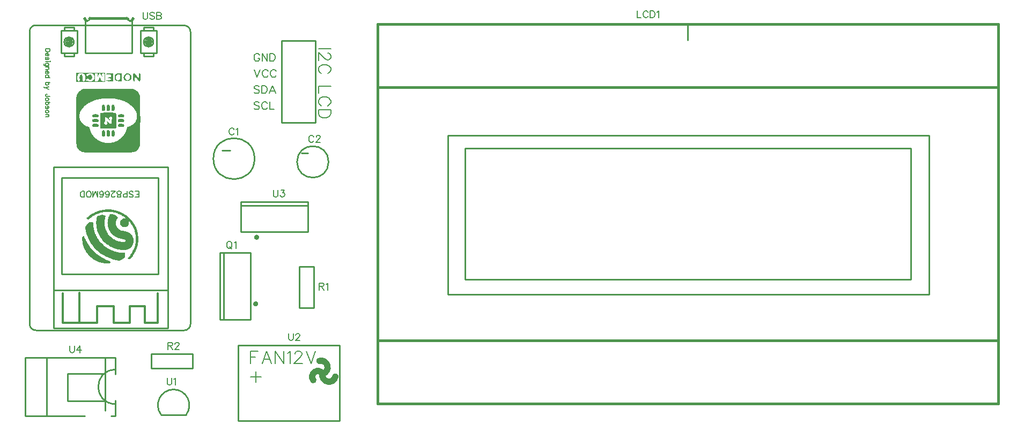
<source format=gto>
G04 Layer: TopSilkscreenLayer*
G04 EasyEDA v6.5.22, 2022-12-24 17:29:58*
G04 e378571d72874c3dbad289936ee8c248,b6e8962e620740079bb188d2402746ea,10*
G04 Gerber Generator version 0.2*
G04 Scale: 100 percent, Rotated: No, Reflected: No *
G04 Dimensions in inches *
G04 leading zeros omitted , absolute positions ,3 integer and 6 decimal *
%FSLAX36Y36*%
%MOIN*%

%ADD10C,0.0060*%
%ADD11C,0.0080*%
%ADD12C,0.0050*%
%ADD13C,0.0150*%
%ADD14C,0.0100*%
%ADD15C,0.0118*%
%ADD16C,0.0157*%
%ADD17C,0.0394*%
%ADD18C,0.0171*%

%LPD*%
G36*
X821880Y1448899D02*
G01*
X817220Y1448839D01*
X812560Y1448660D01*
X807920Y1448380D01*
X800960Y1447740D01*
X791700Y1446500D01*
X787099Y1445700D01*
X777940Y1443800D01*
X768860Y1441440D01*
X764360Y1440100D01*
X759880Y1438640D01*
X755440Y1437060D01*
X751020Y1435380D01*
X746640Y1433600D01*
X742280Y1431699D01*
X737960Y1429680D01*
X733680Y1427560D01*
X727360Y1424180D01*
X723180Y1421780D01*
X717020Y1417960D01*
X712960Y1415280D01*
X708960Y1412500D01*
X705020Y1409600D01*
X700440Y1406080D01*
X696280Y1402760D01*
X693020Y1400020D01*
X691080Y1398220D01*
X689599Y1396459D01*
X689320Y1395080D01*
X690420Y1393360D01*
X693100Y1390600D01*
X695040Y1388760D01*
X696780Y1387260D01*
X698139Y1386240D01*
X698960Y1385880D01*
X699980Y1386399D01*
X701960Y1387820D01*
X704599Y1389920D01*
X709380Y1393980D01*
X712980Y1396920D01*
X716740Y1399780D01*
X720639Y1402560D01*
X724680Y1405260D01*
X728840Y1407860D01*
X733100Y1410360D01*
X737480Y1412760D01*
X744220Y1416160D01*
X748820Y1418280D01*
X753480Y1420300D01*
X758220Y1422180D01*
X763000Y1423940D01*
X767820Y1425580D01*
X772680Y1427080D01*
X777560Y1428440D01*
X782460Y1429660D01*
X787360Y1430720D01*
X791480Y1431480D01*
X795900Y1432120D01*
X800580Y1432660D01*
X805420Y1433100D01*
X810400Y1433420D01*
X815480Y1433640D01*
X820580Y1433760D01*
X825660Y1433760D01*
X830680Y1433660D01*
X835580Y1433440D01*
X840320Y1433120D01*
X844820Y1432700D01*
X849040Y1432160D01*
X852940Y1431500D01*
X858080Y1430440D01*
X863220Y1429220D01*
X868340Y1427860D01*
X873420Y1426360D01*
X878480Y1424720D01*
X883480Y1422960D01*
X888420Y1421060D01*
X893280Y1419040D01*
X898060Y1416920D01*
X902740Y1414680D01*
X907320Y1412340D01*
X911780Y1409880D01*
X916100Y1407360D01*
X920280Y1404720D01*
X924300Y1402020D01*
X928160Y1399240D01*
X931840Y1396380D01*
X942340Y1387320D01*
X936120Y1390140D01*
X934040Y1390980D01*
X931960Y1391660D01*
X929880Y1392160D01*
X927820Y1392480D01*
X925780Y1392640D01*
X923760Y1392660D01*
X921780Y1392500D01*
X919840Y1392220D01*
X917920Y1391780D01*
X916060Y1391220D01*
X914260Y1390540D01*
X912520Y1389740D01*
X910819Y1388820D01*
X907660Y1386660D01*
X906200Y1385440D01*
X904820Y1384120D01*
X903540Y1382720D01*
X902340Y1381240D01*
X901240Y1379700D01*
X900240Y1378100D01*
X898600Y1374700D01*
X897960Y1372940D01*
X897460Y1371140D01*
X897080Y1369300D01*
X896820Y1367420D01*
X896720Y1365540D01*
X896780Y1363640D01*
X896979Y1361720D01*
X897340Y1359800D01*
X897860Y1357900D01*
X898560Y1355980D01*
X899419Y1354100D01*
X900480Y1352240D01*
X901700Y1350400D01*
X903199Y1348500D01*
X904820Y1346780D01*
X906520Y1345220D01*
X908319Y1343820D01*
X910220Y1342600D01*
X912159Y1341519D01*
X914180Y1340620D01*
X916240Y1339880D01*
X918360Y1339319D01*
X920480Y1338899D01*
X922640Y1338660D01*
X924800Y1338580D01*
X926979Y1338680D01*
X929140Y1338920D01*
X931280Y1339340D01*
X933379Y1339920D01*
X935440Y1340660D01*
X937460Y1341579D01*
X939419Y1342640D01*
X941300Y1343880D01*
X943100Y1345300D01*
X944820Y1346860D01*
X946440Y1348580D01*
X947940Y1350480D01*
X949140Y1352200D01*
X950080Y1353740D01*
X950819Y1355220D01*
X951360Y1356699D01*
X951740Y1358300D01*
X951979Y1360100D01*
X952140Y1364620D01*
X952000Y1368500D01*
X951520Y1372040D01*
X950759Y1375120D01*
X949680Y1377660D01*
X947200Y1382340D01*
X951860Y1378060D01*
X954340Y1375460D01*
X956960Y1372380D01*
X959680Y1368920D01*
X962480Y1365100D01*
X965300Y1361000D01*
X968120Y1356660D01*
X970900Y1352160D01*
X973620Y1347520D01*
X976220Y1342840D01*
X978680Y1338140D01*
X980980Y1333500D01*
X983040Y1328959D01*
X984860Y1324600D01*
X986500Y1320220D01*
X988020Y1315540D01*
X989419Y1310680D01*
X990680Y1305660D01*
X991800Y1300500D01*
X992760Y1295240D01*
X993600Y1289900D01*
X994260Y1284500D01*
X994800Y1279080D01*
X995160Y1273640D01*
X995380Y1268240D01*
X995440Y1262900D01*
X995340Y1257620D01*
X995080Y1252460D01*
X994640Y1247420D01*
X994040Y1242540D01*
X993259Y1237840D01*
X992320Y1233120D01*
X991220Y1228400D01*
X989960Y1223680D01*
X988520Y1218960D01*
X986940Y1214240D01*
X985220Y1209560D01*
X983360Y1204900D01*
X981360Y1200280D01*
X979220Y1195720D01*
X975800Y1188980D01*
X973340Y1184580D01*
X970780Y1180280D01*
X968120Y1176060D01*
X965340Y1171940D01*
X962480Y1167940D01*
X959500Y1164080D01*
X956440Y1160320D01*
X953280Y1156720D01*
X950060Y1153280D01*
X944640Y1147700D01*
X951979Y1140860D01*
X953840Y1139280D01*
X955240Y1138240D01*
X956000Y1137840D01*
X957000Y1138560D01*
X959020Y1140540D01*
X961780Y1143440D01*
X966680Y1148960D01*
X970020Y1152940D01*
X973220Y1157000D01*
X976300Y1161100D01*
X979240Y1165260D01*
X983439Y1171600D01*
X986060Y1175900D01*
X988560Y1180260D01*
X990920Y1184660D01*
X993160Y1189120D01*
X995280Y1193640D01*
X997260Y1198200D01*
X999100Y1202820D01*
X1000819Y1207500D01*
X1002420Y1212220D01*
X1003880Y1217000D01*
X1005200Y1221820D01*
X1006400Y1226680D01*
X1007460Y1231600D01*
X1008379Y1236580D01*
X1009040Y1240800D01*
X1009560Y1245240D01*
X1009980Y1249860D01*
X1010260Y1254620D01*
X1010500Y1261960D01*
X1010460Y1269440D01*
X1010300Y1274460D01*
X1009840Y1281940D01*
X1009400Y1286860D01*
X1008860Y1291680D01*
X1008199Y1296380D01*
X1007440Y1300920D01*
X1006580Y1305280D01*
X1005620Y1309420D01*
X1004440Y1313779D01*
X1003000Y1318520D01*
X1001460Y1323220D01*
X999820Y1327840D01*
X998040Y1332400D01*
X996180Y1336879D01*
X994200Y1341320D01*
X992099Y1345680D01*
X989900Y1349960D01*
X987600Y1354180D01*
X985180Y1358340D01*
X982660Y1362420D01*
X980040Y1366420D01*
X977320Y1370340D01*
X974500Y1374199D01*
X971560Y1377980D01*
X968540Y1381680D01*
X965400Y1385300D01*
X962180Y1388839D01*
X958840Y1392300D01*
X955420Y1395680D01*
X951880Y1398980D01*
X948259Y1402180D01*
X944539Y1405320D01*
X940720Y1408360D01*
X936820Y1411320D01*
X932840Y1414160D01*
X928800Y1416900D01*
X924720Y1419520D01*
X920600Y1422020D01*
X916420Y1424420D01*
X912200Y1426720D01*
X907940Y1428880D01*
X899320Y1432900D01*
X894940Y1434740D01*
X888319Y1437280D01*
X883860Y1438839D01*
X879380Y1440280D01*
X872620Y1442240D01*
X868080Y1443400D01*
X863520Y1444460D01*
X858940Y1445400D01*
X854340Y1446220D01*
X849720Y1446940D01*
X840480Y1448040D01*
X831180Y1448700D01*
X826520Y1448860D01*
G37*
G36*
X840900Y1419800D02*
G01*
X838880Y1419740D01*
X837200Y1419420D01*
X835800Y1418779D01*
X834580Y1417800D01*
X833480Y1416440D01*
X832380Y1414700D01*
X829940Y1409940D01*
X827900Y1405520D01*
X826080Y1401080D01*
X824500Y1396579D01*
X823120Y1392060D01*
X821960Y1387500D01*
X821020Y1382940D01*
X820300Y1378340D01*
X819800Y1373740D01*
X819520Y1369139D01*
X819440Y1364540D01*
X819599Y1359960D01*
X819960Y1355380D01*
X820540Y1350820D01*
X821340Y1346300D01*
X822340Y1341780D01*
X823580Y1337320D01*
X825000Y1332900D01*
X826660Y1328520D01*
X828520Y1324199D01*
X830580Y1319940D01*
X832860Y1315760D01*
X835360Y1311620D01*
X838060Y1307580D01*
X840960Y1303620D01*
X843800Y1300140D01*
X846840Y1296780D01*
X850100Y1293540D01*
X853560Y1290420D01*
X857180Y1287420D01*
X860980Y1284580D01*
X864920Y1281879D01*
X869000Y1279340D01*
X873199Y1276980D01*
X877500Y1274780D01*
X881900Y1272760D01*
X886380Y1270920D01*
X890900Y1269300D01*
X895500Y1267860D01*
X900100Y1266640D01*
X904740Y1265640D01*
X909380Y1264880D01*
X917420Y1263920D01*
X920460Y1263320D01*
X923100Y1262540D01*
X925340Y1261600D01*
X927200Y1260500D01*
X928620Y1259240D01*
X929640Y1257840D01*
X930220Y1256320D01*
X930360Y1254680D01*
X930060Y1252920D01*
X929300Y1251060D01*
X928080Y1249100D01*
X927300Y1248080D01*
X926520Y1247320D01*
X925560Y1246780D01*
X924300Y1246460D01*
X922580Y1246300D01*
X917080Y1246460D01*
X910660Y1246860D01*
X906040Y1247340D01*
X901440Y1248000D01*
X896900Y1248840D01*
X892380Y1249860D01*
X887920Y1251060D01*
X883520Y1252440D01*
X879160Y1253980D01*
X874860Y1255700D01*
X870620Y1257600D01*
X866440Y1259680D01*
X862320Y1261920D01*
X858280Y1264320D01*
X854300Y1266900D01*
X850400Y1269640D01*
X846580Y1272560D01*
X842840Y1275620D01*
X839180Y1278860D01*
X835560Y1282300D01*
X832060Y1285900D01*
X828760Y1289540D01*
X825660Y1293260D01*
X822760Y1297080D01*
X820040Y1301020D01*
X817500Y1305060D01*
X815100Y1309259D01*
X812860Y1313600D01*
X810759Y1318120D01*
X808800Y1322840D01*
X806940Y1327760D01*
X805280Y1332680D01*
X804020Y1336980D01*
X803100Y1341140D01*
X802460Y1345640D01*
X802000Y1350980D01*
X801680Y1357640D01*
X801440Y1365160D01*
X801340Y1371320D01*
X801440Y1376600D01*
X801780Y1381339D01*
X802400Y1385920D01*
X803379Y1390660D01*
X804720Y1395940D01*
X807580Y1405660D01*
X807760Y1406519D01*
X807660Y1407280D01*
X807220Y1408000D01*
X806340Y1408720D01*
X804940Y1409500D01*
X802920Y1410400D01*
X796740Y1412740D01*
X785060Y1416980D01*
X773180Y1413360D01*
X765819Y1410780D01*
X758740Y1408100D01*
X754140Y1406140D01*
X753460Y1405700D01*
X751360Y1394000D01*
X750740Y1390040D01*
X750220Y1385620D01*
X749820Y1380880D01*
X749380Y1370680D01*
X749400Y1360100D01*
X749580Y1354880D01*
X749880Y1349820D01*
X750280Y1345000D01*
X750819Y1340500D01*
X751440Y1336399D01*
X752400Y1331579D01*
X753480Y1326780D01*
X754720Y1322040D01*
X756100Y1317340D01*
X757620Y1312680D01*
X759260Y1308060D01*
X761060Y1303520D01*
X762980Y1299019D01*
X765040Y1294580D01*
X767220Y1290200D01*
X769539Y1285880D01*
X771960Y1281639D01*
X774520Y1277460D01*
X777200Y1273340D01*
X780000Y1269320D01*
X782920Y1265360D01*
X785939Y1261500D01*
X789080Y1257720D01*
X792320Y1254020D01*
X795680Y1250400D01*
X799140Y1246880D01*
X802720Y1243460D01*
X806380Y1240140D01*
X810140Y1236920D01*
X814000Y1233780D01*
X817960Y1230780D01*
X822020Y1227880D01*
X826160Y1225080D01*
X830380Y1222400D01*
X834700Y1219840D01*
X839100Y1217400D01*
X843580Y1215080D01*
X848240Y1212840D01*
X852960Y1210740D01*
X857720Y1208760D01*
X862520Y1206920D01*
X867340Y1205220D01*
X872180Y1203660D01*
X877039Y1202240D01*
X881919Y1200960D01*
X886780Y1199840D01*
X891620Y1198860D01*
X896440Y1198040D01*
X901220Y1197360D01*
X905960Y1196860D01*
X910660Y1196500D01*
X915300Y1196300D01*
X919880Y1196260D01*
X925240Y1196460D01*
X930480Y1196860D01*
X935000Y1197440D01*
X938199Y1198120D01*
X940720Y1198940D01*
X945560Y1200840D01*
X950160Y1203060D01*
X954460Y1205600D01*
X956520Y1206980D01*
X960420Y1209960D01*
X964020Y1213220D01*
X967300Y1216760D01*
X970280Y1220560D01*
X971640Y1222540D01*
X972920Y1224600D01*
X975220Y1228860D01*
X976240Y1231080D01*
X978000Y1235680D01*
X978760Y1238040D01*
X979419Y1240460D01*
X979980Y1242940D01*
X980440Y1245440D01*
X981060Y1250460D01*
X981320Y1255240D01*
X981320Y1257580D01*
X981040Y1262160D01*
X980400Y1266580D01*
X979960Y1268740D01*
X978800Y1272960D01*
X977280Y1277040D01*
X975400Y1280980D01*
X973160Y1284780D01*
X970560Y1288460D01*
X967600Y1292000D01*
X964280Y1295420D01*
X960580Y1298740D01*
X956760Y1301740D01*
X952900Y1304340D01*
X948940Y1306560D01*
X946900Y1307540D01*
X942680Y1309240D01*
X938220Y1310640D01*
X933439Y1311759D01*
X928300Y1312620D01*
X912860Y1314820D01*
X910819Y1315180D01*
X908760Y1315700D01*
X906660Y1316360D01*
X904560Y1317160D01*
X900360Y1319139D01*
X896220Y1321600D01*
X892200Y1324460D01*
X890260Y1326020D01*
X886540Y1329400D01*
X883120Y1333060D01*
X881560Y1334960D01*
X880080Y1336940D01*
X878720Y1338940D01*
X877460Y1340980D01*
X876340Y1343060D01*
X875420Y1345000D01*
X873860Y1349060D01*
X872700Y1353300D01*
X872240Y1355480D01*
X871620Y1359940D01*
X871380Y1364440D01*
X871500Y1368980D01*
X872000Y1373500D01*
X872840Y1377940D01*
X873400Y1380120D01*
X874780Y1384340D01*
X876520Y1388380D01*
X877520Y1390320D01*
X879780Y1393980D01*
X884000Y1400060D01*
X877640Y1406300D01*
X875780Y1407960D01*
X873940Y1409440D01*
X872080Y1410800D01*
X870200Y1412000D01*
X868259Y1413100D01*
X866240Y1414060D01*
X864120Y1414940D01*
X861900Y1415720D01*
X857000Y1417060D01*
X849980Y1418480D01*
X843379Y1419580D01*
G37*
G36*
X703139Y1369700D02*
G01*
X695420Y1360520D01*
X692360Y1356579D01*
X689240Y1352320D01*
X686440Y1348240D01*
X680080Y1338220D01*
X682220Y1325540D01*
X683100Y1320840D01*
X685180Y1311500D01*
X687640Y1302260D01*
X689020Y1297660D01*
X692060Y1288560D01*
X693720Y1284060D01*
X697320Y1275160D01*
X701280Y1266380D01*
X704500Y1259900D01*
X706740Y1255640D01*
X711500Y1247240D01*
X715300Y1241080D01*
X720660Y1233020D01*
X726340Y1225180D01*
X729300Y1221360D01*
X735480Y1213860D01*
X742020Y1206580D01*
X748900Y1199560D01*
X754260Y1194480D01*
X759800Y1189540D01*
X767440Y1183200D01*
X775360Y1177160D01*
X779419Y1174240D01*
X787700Y1168660D01*
X791919Y1165980D01*
X798379Y1162120D01*
X807140Y1157280D01*
X813840Y1153860D01*
X818360Y1151680D01*
X825220Y1148600D01*
X834479Y1144800D01*
X841520Y1142200D01*
X851000Y1139080D01*
X855780Y1137660D01*
X860580Y1136340D01*
X870220Y1134000D01*
X877500Y1132520D01*
X888900Y1130540D01*
X892900Y1129940D01*
X895020Y1129720D01*
X896660Y1130160D01*
X899380Y1131380D01*
X902800Y1133140D01*
X908500Y1136540D01*
X912780Y1139360D01*
X917039Y1142320D01*
X920800Y1145080D01*
X924460Y1148020D01*
X926080Y1149440D01*
X927260Y1150700D01*
X928060Y1151900D01*
X928580Y1153180D01*
X928860Y1154660D01*
X928980Y1156500D01*
X928940Y1162060D01*
X928460Y1169220D01*
X927220Y1178500D01*
X914260Y1178520D01*
X909880Y1178680D01*
X905440Y1178960D01*
X900939Y1179400D01*
X896380Y1179980D01*
X891780Y1180700D01*
X887159Y1181560D01*
X882480Y1182540D01*
X877780Y1183660D01*
X873060Y1184920D01*
X868340Y1186300D01*
X863600Y1187820D01*
X858880Y1189440D01*
X854160Y1191200D01*
X849440Y1193080D01*
X840100Y1197180D01*
X835460Y1199400D01*
X830879Y1201740D01*
X826340Y1204180D01*
X821860Y1206740D01*
X817440Y1209400D01*
X813660Y1211800D01*
X810220Y1214220D01*
X806560Y1217000D01*
X802700Y1220120D01*
X798700Y1223500D01*
X794620Y1227100D01*
X786480Y1234720D01*
X782520Y1238620D01*
X775140Y1246380D01*
X771840Y1250100D01*
X768840Y1253660D01*
X766240Y1257000D01*
X763660Y1260640D01*
X760860Y1264840D01*
X758160Y1269140D01*
X755580Y1273480D01*
X753120Y1277900D01*
X750780Y1282360D01*
X748560Y1286879D01*
X746460Y1291440D01*
X744479Y1296040D01*
X742640Y1300680D01*
X740920Y1305340D01*
X739340Y1310020D01*
X737900Y1314720D01*
X736580Y1319440D01*
X735420Y1324139D01*
X734380Y1328860D01*
X733500Y1333560D01*
X732760Y1338240D01*
X732159Y1342900D01*
X731700Y1347560D01*
X730980Y1359600D01*
X730580Y1363800D01*
X730280Y1365340D01*
X729880Y1366560D01*
X729360Y1367480D01*
X728660Y1368160D01*
X727760Y1368640D01*
X726640Y1368940D01*
X725260Y1369120D01*
G37*
G36*
X672860Y1282220D02*
G01*
X670740Y1281980D01*
X668000Y1281300D01*
X665920Y1280600D01*
X664400Y1279740D01*
X663360Y1278520D01*
X662720Y1276840D01*
X662360Y1274500D01*
X662200Y1271400D01*
X662200Y1264760D01*
X662380Y1259620D01*
X662740Y1254500D01*
X663280Y1249380D01*
X663980Y1244260D01*
X664860Y1239180D01*
X665920Y1234120D01*
X667140Y1229100D01*
X668540Y1224100D01*
X670100Y1219140D01*
X671820Y1214240D01*
X673700Y1209400D01*
X675759Y1204600D01*
X677960Y1199880D01*
X680320Y1195220D01*
X682840Y1190640D01*
X685520Y1186140D01*
X688340Y1181720D01*
X690960Y1177940D01*
X693580Y1174520D01*
X696600Y1170920D01*
X699940Y1167160D01*
X703520Y1163340D01*
X707320Y1159500D01*
X711220Y1155720D01*
X715200Y1152060D01*
X719160Y1148600D01*
X723020Y1145380D01*
X726760Y1142480D01*
X730260Y1139960D01*
X733980Y1137560D01*
X738120Y1135080D01*
X742320Y1132700D01*
X746600Y1130460D01*
X750920Y1128340D01*
X755300Y1126340D01*
X759740Y1124480D01*
X764220Y1122720D01*
X768760Y1121120D01*
X773319Y1119640D01*
X777940Y1118280D01*
X782580Y1117060D01*
X787260Y1115960D01*
X791960Y1115000D01*
X796700Y1114180D01*
X801460Y1113500D01*
X806220Y1112940D01*
X811020Y1112520D01*
X815819Y1112240D01*
X820639Y1112100D01*
X834880Y1112100D01*
X837820Y1118980D01*
X838960Y1122140D01*
X839120Y1122920D01*
X838480Y1123540D01*
X836720Y1124480D01*
X834100Y1125620D01*
X826520Y1128520D01*
X818439Y1131940D01*
X807380Y1137000D01*
X798640Y1141360D01*
X790080Y1146040D01*
X785879Y1148480D01*
X779680Y1152280D01*
X773600Y1156260D01*
X769599Y1158980D01*
X763720Y1163220D01*
X756100Y1169080D01*
X752360Y1172120D01*
X746880Y1176780D01*
X741540Y1181600D01*
X736340Y1186560D01*
X729640Y1193360D01*
X723199Y1200420D01*
X718540Y1205840D01*
X712580Y1213280D01*
X706900Y1220920D01*
X701520Y1228780D01*
X696440Y1236820D01*
X694000Y1240920D01*
X690500Y1247140D01*
X686120Y1255600D01*
X683040Y1262060D01*
X679240Y1270800D01*
X676060Y1278420D01*
X674440Y1281260D01*
G37*
G36*
X812880Y2201100D02*
G01*
X781000Y2201020D01*
X750800Y2200840D01*
X726380Y2200580D01*
X705160Y2200260D01*
X688000Y2199860D01*
X675780Y2199400D01*
X671820Y2199120D01*
X669419Y2198840D01*
X666900Y2198160D01*
X662660Y2196680D01*
X658560Y2194880D01*
X654620Y2192780D01*
X650840Y2190380D01*
X647260Y2187700D01*
X643880Y2184780D01*
X642260Y2183240D01*
X639220Y2179960D01*
X636420Y2176460D01*
X633900Y2172780D01*
X631640Y2168900D01*
X629680Y2164860D01*
X628040Y2160680D01*
X627340Y2158540D01*
X626660Y2156020D01*
X626380Y2153620D01*
X625860Y2144240D01*
X625440Y2129460D01*
X625080Y2110160D01*
X624800Y2087220D01*
X624465Y2031399D01*
X644860Y2031399D01*
X644880Y2033600D01*
X645160Y2037540D01*
X645580Y2041040D01*
X646180Y2044500D01*
X646960Y2047920D01*
X647900Y2051300D01*
X648980Y2054620D01*
X650240Y2057920D01*
X651660Y2061180D01*
X653220Y2064379D01*
X654940Y2067540D01*
X656820Y2070640D01*
X658820Y2073720D01*
X660980Y2076720D01*
X664460Y2081140D01*
X666960Y2084019D01*
X669599Y2086860D01*
X672360Y2089620D01*
X675240Y2092340D01*
X678240Y2094980D01*
X681360Y2097580D01*
X684620Y2100120D01*
X687960Y2102580D01*
X691440Y2104980D01*
X695020Y2107320D01*
X698700Y2109600D01*
X702480Y2111800D01*
X706380Y2113940D01*
X714440Y2118000D01*
X718600Y2119920D01*
X727200Y2123540D01*
X736120Y2126840D01*
X740699Y2128380D01*
X750080Y2131200D01*
X759720Y2133700D01*
X767120Y2135340D01*
X777180Y2137220D01*
X782280Y2138020D01*
X790040Y2139060D01*
X800520Y2140100D01*
X811160Y2140760D01*
X816540Y2140940D01*
X821940Y2141020D01*
X832820Y2140880D01*
X838300Y2140660D01*
X849300Y2139880D01*
X857580Y2139020D01*
X865860Y2137900D01*
X871400Y2137020D01*
X877099Y2135980D01*
X885480Y2134240D01*
X890920Y2132940D01*
X896260Y2131560D01*
X901520Y2130060D01*
X906640Y2128480D01*
X911680Y2126800D01*
X916580Y2125020D01*
X921380Y2123160D01*
X926080Y2121220D01*
X930639Y2119180D01*
X935080Y2117080D01*
X939419Y2114880D01*
X943620Y2112620D01*
X947680Y2110260D01*
X951640Y2107840D01*
X955440Y2105360D01*
X959120Y2102800D01*
X962680Y2100180D01*
X966080Y2097500D01*
X969360Y2094760D01*
X972480Y2091940D01*
X975480Y2089079D01*
X978319Y2086160D01*
X981000Y2083200D01*
X983560Y2080180D01*
X985939Y2077120D01*
X988180Y2074019D01*
X990260Y2070860D01*
X992200Y2067660D01*
X993960Y2064440D01*
X995560Y2061180D01*
X997000Y2057880D01*
X998280Y2054540D01*
X999380Y2051200D01*
X1000300Y2047800D01*
X1001060Y2044400D01*
X1001660Y2040980D01*
X1002060Y2037520D01*
X1002280Y2034060D01*
X1002340Y2030580D01*
X1002200Y2027080D01*
X1001880Y2023580D01*
X1001360Y2020080D01*
X1000660Y2016560D01*
X999780Y2013040D01*
X998700Y2009520D01*
X997400Y2006020D01*
X995939Y2002500D01*
X994080Y1998700D01*
X992900Y1996660D01*
X990200Y1992620D01*
X987060Y1988680D01*
X985360Y1986740D01*
X981680Y1983020D01*
X977720Y1979460D01*
X973540Y1976160D01*
X969160Y1973160D01*
X966940Y1971759D01*
X962400Y1969259D01*
X957840Y1967160D01*
X955580Y1966260D01*
X953300Y1965480D01*
X945100Y1963400D01*
X942800Y1962460D01*
X941520Y1961200D01*
X940879Y1959420D01*
X939800Y1954820D01*
X938560Y1950300D01*
X937159Y1945880D01*
X935620Y1941519D01*
X933040Y1935180D01*
X931120Y1931060D01*
X929100Y1927040D01*
X926919Y1923120D01*
X924620Y1919300D01*
X922200Y1915580D01*
X919640Y1911960D01*
X916979Y1908460D01*
X914200Y1905060D01*
X911300Y1901780D01*
X908300Y1898620D01*
X905200Y1895560D01*
X902000Y1892620D01*
X898700Y1889820D01*
X895320Y1887140D01*
X891840Y1884580D01*
X888280Y1882140D01*
X884640Y1879840D01*
X880920Y1877680D01*
X877120Y1875640D01*
X873259Y1873760D01*
X869320Y1872000D01*
X865340Y1870380D01*
X861280Y1868920D01*
X857180Y1867600D01*
X853020Y1866440D01*
X848820Y1865420D01*
X844580Y1864560D01*
X840280Y1863860D01*
X835960Y1863320D01*
X831600Y1862940D01*
X827220Y1862720D01*
X822820Y1862680D01*
X818379Y1862800D01*
X813940Y1863080D01*
X809479Y1863540D01*
X805000Y1864180D01*
X800520Y1865000D01*
X796040Y1866000D01*
X791460Y1867220D01*
X786820Y1868640D01*
X782260Y1870240D01*
X777800Y1872020D01*
X773439Y1873959D01*
X769160Y1876080D01*
X765000Y1878360D01*
X760939Y1880780D01*
X756979Y1883380D01*
X753120Y1886120D01*
X749400Y1889000D01*
X745780Y1892040D01*
X742300Y1895200D01*
X738920Y1898520D01*
X735699Y1901960D01*
X732580Y1905520D01*
X729620Y1909220D01*
X726800Y1913020D01*
X724100Y1916960D01*
X721580Y1921000D01*
X719180Y1925160D01*
X716940Y1929420D01*
X714880Y1933779D01*
X712960Y1938240D01*
X711200Y1942800D01*
X709620Y1947440D01*
X708220Y1952160D01*
X706420Y1959420D01*
X705780Y1961200D01*
X704500Y1962440D01*
X702200Y1963400D01*
X696340Y1964800D01*
X692159Y1966000D01*
X688080Y1967520D01*
X684120Y1969319D01*
X680280Y1971399D01*
X676580Y1973720D01*
X673020Y1976300D01*
X669620Y1979100D01*
X666400Y1982100D01*
X663340Y1985320D01*
X660480Y1988700D01*
X657820Y1992260D01*
X655380Y1995960D01*
X653160Y1999800D01*
X651180Y2003760D01*
X649460Y2007820D01*
X647980Y2011980D01*
X646780Y2016220D01*
X645860Y2020500D01*
X645220Y2024840D01*
X644900Y2029220D01*
X644860Y2031399D01*
X624465Y2031399D01*
X624440Y1983860D01*
X624540Y1952240D01*
X624720Y1925740D01*
X624980Y1901660D01*
X625300Y1880900D01*
X625720Y1864319D01*
X626200Y1852800D01*
X626460Y1849220D01*
X626760Y1847220D01*
X627360Y1845060D01*
X628840Y1840820D01*
X630640Y1836699D01*
X632740Y1832760D01*
X635140Y1828980D01*
X637800Y1825400D01*
X640740Y1822020D01*
X642280Y1820400D01*
X645560Y1817360D01*
X649060Y1814560D01*
X652740Y1812040D01*
X656620Y1809780D01*
X660660Y1807820D01*
X664840Y1806180D01*
X666979Y1805480D01*
X669479Y1804800D01*
X671860Y1804520D01*
X681220Y1804040D01*
X696020Y1803620D01*
X715380Y1803280D01*
X738379Y1803000D01*
X795380Y1802700D01*
X849260Y1802700D01*
X906700Y1803020D01*
X930080Y1803300D01*
X949900Y1803640D01*
X965260Y1804060D01*
X975300Y1804540D01*
X978060Y1804820D01*
X978800Y1804960D01*
X983020Y1806279D01*
X985080Y1807060D01*
X989100Y1808880D01*
X992980Y1811000D01*
X996700Y1813420D01*
X1000240Y1816100D01*
X1003580Y1819040D01*
X1006720Y1822200D01*
X1009599Y1825580D01*
X1012240Y1829180D01*
X1013480Y1831040D01*
X1015699Y1834900D01*
X1016720Y1836879D01*
X1018500Y1840960D01*
X1019280Y1843040D01*
X1020560Y1847300D01*
X1020860Y1849280D01*
X1021380Y1857920D01*
X1021820Y1872080D01*
X1022180Y1890860D01*
X1022680Y1938779D01*
X1022820Y1966160D01*
X1022860Y2012620D01*
X1022780Y2047940D01*
X1022360Y2099100D01*
X1022060Y2120340D01*
X1021660Y2137480D01*
X1021180Y2149680D01*
X1020920Y2153640D01*
X1020639Y2156020D01*
X1019960Y2158540D01*
X1018480Y2162800D01*
X1016680Y2166900D01*
X1014580Y2170860D01*
X1012180Y2174640D01*
X1009520Y2178240D01*
X1006600Y2181620D01*
X1003439Y2184780D01*
X1000060Y2187700D01*
X996460Y2190380D01*
X992700Y2192780D01*
X988740Y2194880D01*
X984640Y2196680D01*
X980400Y2198160D01*
X977880Y2198840D01*
X975480Y2199120D01*
X971520Y2199400D01*
X959320Y2199860D01*
X942159Y2200260D01*
X920920Y2200580D01*
X896500Y2200840D01*
X869760Y2201000D01*
G37*
G36*
X853500Y2101320D02*
G01*
X851740Y2101220D01*
X850180Y2100880D01*
X848800Y2100300D01*
X847600Y2099480D01*
X846580Y2098360D01*
X845740Y2096960D01*
X845020Y2095240D01*
X844479Y2093200D01*
X844060Y2090820D01*
X843760Y2088060D01*
X843600Y2084940D01*
X843540Y2081420D01*
X843600Y2077900D01*
X843760Y2074780D01*
X844060Y2072040D01*
X844479Y2069660D01*
X845020Y2067620D01*
X845740Y2065900D01*
X846580Y2064480D01*
X847600Y2063380D01*
X848800Y2062540D01*
X850180Y2061960D01*
X851740Y2061639D01*
X853500Y2061519D01*
X855080Y2061780D01*
X856880Y2062480D01*
X858660Y2063520D01*
X860180Y2064780D01*
X861200Y2065860D01*
X861979Y2066920D01*
X862540Y2068100D01*
X862960Y2069580D01*
X863220Y2071500D01*
X863360Y2074000D01*
X863439Y2081420D01*
X863400Y2084940D01*
X863220Y2088060D01*
X862940Y2090820D01*
X862520Y2093200D01*
X861960Y2095240D01*
X861260Y2096960D01*
X860400Y2098360D01*
X859380Y2099480D01*
X858180Y2100300D01*
X856820Y2100880D01*
X855260Y2101220D01*
G37*
G36*
X823660Y2101320D02*
G01*
X821740Y2101240D01*
X820060Y2101000D01*
X818620Y2100540D01*
X817420Y2099820D01*
X816420Y2098840D01*
X815600Y2097560D01*
X814940Y2095920D01*
X814460Y2093899D01*
X814100Y2091480D01*
X813880Y2088620D01*
X813740Y2085280D01*
X813740Y2077580D01*
X813880Y2074240D01*
X814100Y2071380D01*
X814460Y2068959D01*
X814940Y2066940D01*
X815600Y2065300D01*
X816420Y2064000D01*
X817420Y2063020D01*
X818620Y2062320D01*
X820060Y2061860D01*
X821740Y2061600D01*
X823660Y2061519D01*
X825340Y2061720D01*
X827180Y2062280D01*
X828960Y2063080D01*
X830460Y2064060D01*
X831440Y2064920D01*
X832200Y2065820D01*
X832760Y2066920D01*
X833139Y2068400D01*
X833379Y2070420D01*
X833520Y2073160D01*
X833600Y2081420D01*
X833439Y2088620D01*
X833199Y2091480D01*
X832840Y2093899D01*
X832360Y2095920D01*
X831720Y2097560D01*
X830900Y2098840D01*
X829900Y2099820D01*
X828680Y2100540D01*
X827240Y2101000D01*
X825580Y2101240D01*
G37*
G36*
X793800Y2101320D02*
G01*
X792039Y2101220D01*
X790480Y2100880D01*
X789120Y2100300D01*
X787920Y2099480D01*
X786900Y2098360D01*
X786040Y2096960D01*
X785340Y2095240D01*
X784780Y2093200D01*
X784380Y2090820D01*
X784080Y2088060D01*
X783920Y2084940D01*
X783860Y2081420D01*
X783920Y2077900D01*
X784080Y2074780D01*
X784380Y2072040D01*
X784780Y2069660D01*
X785340Y2067620D01*
X786040Y2065900D01*
X786900Y2064480D01*
X787920Y2063380D01*
X789120Y2062540D01*
X790480Y2061960D01*
X792039Y2061639D01*
X793800Y2061519D01*
X795400Y2061780D01*
X797180Y2062480D01*
X798960Y2063520D01*
X800500Y2064780D01*
X801520Y2065860D01*
X802280Y2066920D01*
X802860Y2068100D01*
X803259Y2069580D01*
X803520Y2071500D01*
X803680Y2074000D01*
X803760Y2081420D01*
X803700Y2084940D01*
X803540Y2088060D01*
X803240Y2090820D01*
X802820Y2093200D01*
X802280Y2095240D01*
X801580Y2096960D01*
X800720Y2098360D01*
X799700Y2099480D01*
X798500Y2100300D01*
X797120Y2100880D01*
X795560Y2101220D01*
G37*
G36*
X823660Y2051940D02*
G01*
X810160Y2051819D01*
X797660Y2051500D01*
X787180Y2050960D01*
X783020Y2050600D01*
X779720Y2050180D01*
X777440Y2049720D01*
X776720Y2049480D01*
X776280Y2049199D01*
X776020Y2048779D01*
X775759Y2048060D01*
X775300Y2045760D01*
X774900Y2042480D01*
X774539Y2038300D01*
X774000Y2027820D01*
X773660Y2015340D01*
X773560Y1998420D01*
X773680Y1987220D01*
X798900Y1987220D01*
X799060Y1988899D01*
X799599Y1990580D01*
X800540Y1992280D01*
X802340Y1994660D01*
X802740Y1995640D01*
X803060Y1996920D01*
X803319Y1998540D01*
X803660Y2002880D01*
X803760Y2008899D01*
X803760Y2021720D01*
X810320Y2021660D01*
X811720Y2021440D01*
X813060Y2020960D01*
X814479Y2020180D01*
X816080Y2019000D01*
X820220Y2015200D01*
X826640Y2008839D01*
X829800Y2005880D01*
X832099Y2003880D01*
X833240Y2003160D01*
X834160Y2003760D01*
X834140Y2005380D01*
X833259Y2007620D01*
X830340Y2012080D01*
X829520Y2014000D01*
X829100Y2015900D01*
X829060Y2017740D01*
X829340Y2019500D01*
X829940Y2021120D01*
X830800Y2022580D01*
X831900Y2023860D01*
X833199Y2024900D01*
X834659Y2025700D01*
X836260Y2026200D01*
X837940Y2026380D01*
X839700Y2026200D01*
X841480Y2025620D01*
X843240Y2024620D01*
X844980Y2023160D01*
X846440Y2021500D01*
X847500Y2019820D01*
X848160Y2018160D01*
X848400Y2016480D01*
X848259Y2014800D01*
X847720Y2013100D01*
X846780Y2011399D01*
X844960Y2008980D01*
X844560Y2008020D01*
X844240Y2006740D01*
X843980Y2005120D01*
X843640Y2000760D01*
X843540Y1994760D01*
X843540Y1981920D01*
X836979Y1981980D01*
X835580Y1982220D01*
X834240Y1982700D01*
X832820Y1983480D01*
X831240Y1984660D01*
X829360Y1986300D01*
X820660Y1994820D01*
X817500Y1997780D01*
X815200Y1999780D01*
X814080Y2000500D01*
X813160Y1999900D01*
X813160Y1998280D01*
X814040Y1996040D01*
X816880Y1991699D01*
X817680Y1989820D01*
X818120Y1987940D01*
X818180Y1986080D01*
X817920Y1984300D01*
X817320Y1982600D01*
X816420Y1981060D01*
X815240Y1979680D01*
X813780Y1978520D01*
X812060Y1977600D01*
X810120Y1977000D01*
X807960Y1976699D01*
X806960Y1977000D01*
X805540Y1977820D01*
X803880Y1979079D01*
X802200Y1980640D01*
X800780Y1982260D01*
X799760Y1983899D01*
X799140Y1985540D01*
X798900Y1987220D01*
X773680Y1987220D01*
X773980Y1975840D01*
X774539Y1965340D01*
X774880Y1961180D01*
X775300Y1957880D01*
X775759Y1955600D01*
X776020Y1954880D01*
X776280Y1954440D01*
X776680Y1954220D01*
X778540Y1953800D01*
X781640Y1953400D01*
X790939Y1952700D01*
X803300Y1952140D01*
X817420Y1951720D01*
X831979Y1951519D01*
X842420Y1951480D01*
X854640Y1951660D01*
X859659Y1951819D01*
X863740Y1952080D01*
X866720Y1952380D01*
X868439Y1952760D01*
X869880Y1953520D01*
X870520Y1954000D01*
X871080Y1954620D01*
X871580Y1955360D01*
X872020Y1956279D01*
X872400Y1957420D01*
X873020Y1960400D01*
X873439Y1964560D01*
X873720Y1970120D01*
X873860Y1977320D01*
X873820Y1997540D01*
X873620Y2019319D01*
X873360Y2033540D01*
X872960Y2042160D01*
X872680Y2044840D01*
X872320Y2046740D01*
X871880Y2048000D01*
X871340Y2048880D01*
X871020Y2049220D01*
X870600Y2049480D01*
X869880Y2049740D01*
X867580Y2050200D01*
X864300Y2050600D01*
X860120Y2050960D01*
X849640Y2051500D01*
X837140Y2051819D01*
G37*
G36*
X903240Y2041620D02*
G01*
X899720Y2041579D01*
X896600Y2041399D01*
X893840Y2041120D01*
X891460Y2040700D01*
X889419Y2040140D01*
X887700Y2039440D01*
X886300Y2038580D01*
X885180Y2037560D01*
X884360Y2036380D01*
X883780Y2035000D01*
X883439Y2033440D01*
X883340Y2031680D01*
X883439Y2029920D01*
X883780Y2028360D01*
X884360Y2026980D01*
X885180Y2025780D01*
X886300Y2024760D01*
X887700Y2023920D01*
X889419Y2023200D01*
X891460Y2022660D01*
X893840Y2022240D01*
X896600Y2021940D01*
X899720Y2021780D01*
X907400Y2021740D01*
X910660Y2021800D01*
X913160Y2021960D01*
X915080Y2022220D01*
X916560Y2022620D01*
X917740Y2023200D01*
X918800Y2023980D01*
X919880Y2024980D01*
X921140Y2026519D01*
X922180Y2028300D01*
X922860Y2030080D01*
X923120Y2031680D01*
X923020Y2033440D01*
X922680Y2035000D01*
X922099Y2036380D01*
X921280Y2037560D01*
X920160Y2038580D01*
X918760Y2039440D01*
X917039Y2040140D01*
X915000Y2040700D01*
X912620Y2041120D01*
X909880Y2041399D01*
X906760Y2041579D01*
G37*
G36*
X744060Y2041620D02*
G01*
X740540Y2041579D01*
X737420Y2041399D01*
X734680Y2041120D01*
X732300Y2040700D01*
X730260Y2040140D01*
X728540Y2039440D01*
X727140Y2038580D01*
X726020Y2037560D01*
X725200Y2036380D01*
X724620Y2035000D01*
X724280Y2033440D01*
X724180Y2031680D01*
X724280Y2029920D01*
X724620Y2028360D01*
X725200Y2026980D01*
X726020Y2025780D01*
X727140Y2024760D01*
X728540Y2023920D01*
X730260Y2023200D01*
X732300Y2022660D01*
X734680Y2022240D01*
X737420Y2021940D01*
X740540Y2021780D01*
X748240Y2021740D01*
X751500Y2021800D01*
X754000Y2021960D01*
X755920Y2022220D01*
X757400Y2022620D01*
X758580Y2023200D01*
X759640Y2023980D01*
X760699Y2024980D01*
X761960Y2026519D01*
X763000Y2028300D01*
X763700Y2030080D01*
X763960Y2031680D01*
X763860Y2033440D01*
X763520Y2035000D01*
X762940Y2036380D01*
X762120Y2037560D01*
X761000Y2038580D01*
X759599Y2039440D01*
X757880Y2040140D01*
X755840Y2040700D01*
X753460Y2041120D01*
X750699Y2041399D01*
X747580Y2041579D01*
G37*
G36*
X904900Y2012220D02*
G01*
X898060Y2012020D01*
X895080Y2011780D01*
X892520Y2011459D01*
X890320Y2011040D01*
X888480Y2010480D01*
X886960Y2009780D01*
X885740Y2008920D01*
X884820Y2007900D01*
X884120Y2006680D01*
X883680Y2005280D01*
X883420Y2003660D01*
X883340Y2001819D01*
X883420Y1999980D01*
X883680Y1998360D01*
X884120Y1996960D01*
X884820Y1995760D01*
X885740Y1994740D01*
X886960Y1993880D01*
X888480Y1993180D01*
X890320Y1992620D01*
X892520Y1992200D01*
X895080Y1991879D01*
X898060Y1991639D01*
X904599Y1991440D01*
X909920Y1991519D01*
X912099Y1991639D01*
X913980Y1991840D01*
X915560Y1992120D01*
X916820Y1992460D01*
X917800Y1992860D01*
X919280Y1993839D01*
X920540Y1995080D01*
X921560Y1996560D01*
X922300Y1998200D01*
X922780Y1999940D01*
X922960Y2001780D01*
X922820Y2003620D01*
X922360Y2005440D01*
X921800Y2006800D01*
X921120Y2007980D01*
X920300Y2008980D01*
X919300Y2009840D01*
X918080Y2010560D01*
X916640Y2011120D01*
X914940Y2011560D01*
X912940Y2011879D01*
X910620Y2012100D01*
G37*
G36*
X745740Y2012220D02*
G01*
X738900Y2012020D01*
X735920Y2011780D01*
X733360Y2011459D01*
X731160Y2011040D01*
X729320Y2010480D01*
X727800Y2009780D01*
X726580Y2008920D01*
X725660Y2007900D01*
X724960Y2006680D01*
X724520Y2005280D01*
X724260Y2003660D01*
X724180Y2001819D01*
X724260Y1999980D01*
X724520Y1998360D01*
X724960Y1996960D01*
X725660Y1995760D01*
X726580Y1994740D01*
X727800Y1993880D01*
X729320Y1993180D01*
X731160Y1992620D01*
X733360Y1992200D01*
X735920Y1991879D01*
X738900Y1991639D01*
X745440Y1991440D01*
X750759Y1991519D01*
X752940Y1991639D01*
X754820Y1991840D01*
X756380Y1992120D01*
X757660Y1992460D01*
X758640Y1992860D01*
X760120Y1993839D01*
X761380Y1995080D01*
X762380Y1996560D01*
X763139Y1998200D01*
X763620Y1999940D01*
X763800Y2001780D01*
X763660Y2003620D01*
X763199Y2005440D01*
X762640Y2006800D01*
X761960Y2007980D01*
X761140Y2008980D01*
X760140Y2009840D01*
X758920Y2010560D01*
X757480Y2011120D01*
X755780Y2011560D01*
X753780Y2011879D01*
X751460Y2012100D01*
G37*
G36*
X903240Y1981920D02*
G01*
X895819Y1981840D01*
X893300Y1981699D01*
X891380Y1981440D01*
X889900Y1981040D01*
X888720Y1980460D01*
X887660Y1979680D01*
X886600Y1978680D01*
X885240Y1977080D01*
X884260Y1975420D01*
X883680Y1973700D01*
X883480Y1971980D01*
X883680Y1970260D01*
X884260Y1968540D01*
X885240Y1966879D01*
X886600Y1965280D01*
X887740Y1964420D01*
X889240Y1963660D01*
X891080Y1963020D01*
X893180Y1962500D01*
X895520Y1962100D01*
X898000Y1961800D01*
X900580Y1961639D01*
X903240Y1961579D01*
X905879Y1961639D01*
X908480Y1961800D01*
X910960Y1962100D01*
X913280Y1962500D01*
X915400Y1963020D01*
X917220Y1963660D01*
X918740Y1964420D01*
X919880Y1965280D01*
X921140Y1966819D01*
X922180Y1968600D01*
X922860Y1970380D01*
X923120Y1971980D01*
X923020Y1973740D01*
X922680Y1975300D01*
X922099Y1976680D01*
X921280Y1977860D01*
X920160Y1978880D01*
X918760Y1979740D01*
X917039Y1980440D01*
X915000Y1981000D01*
X912620Y1981420D01*
X909880Y1981699D01*
X906760Y1981879D01*
G37*
G36*
X744060Y1981920D02*
G01*
X736640Y1981840D01*
X734140Y1981699D01*
X732220Y1981440D01*
X730740Y1981040D01*
X729560Y1980460D01*
X728500Y1979680D01*
X727420Y1978680D01*
X726060Y1977080D01*
X725100Y1975420D01*
X724520Y1973700D01*
X724320Y1971980D01*
X724520Y1970260D01*
X725100Y1968540D01*
X726060Y1966879D01*
X727420Y1965280D01*
X728560Y1964420D01*
X730080Y1963660D01*
X731919Y1963020D01*
X734020Y1962500D01*
X736340Y1962100D01*
X738820Y1961800D01*
X741420Y1961639D01*
X744060Y1961579D01*
X746720Y1961639D01*
X749300Y1961800D01*
X751800Y1962100D01*
X754120Y1962500D01*
X756220Y1963020D01*
X758060Y1963660D01*
X759580Y1964420D01*
X760699Y1965280D01*
X761960Y1966819D01*
X763000Y1968600D01*
X763700Y1970380D01*
X763960Y1971980D01*
X763860Y1973740D01*
X763520Y1975300D01*
X762940Y1976680D01*
X762120Y1977860D01*
X761000Y1978880D01*
X759599Y1979740D01*
X757880Y1980440D01*
X755840Y1981000D01*
X753460Y1981420D01*
X750699Y1981699D01*
X747580Y1981879D01*
G37*
G36*
X853500Y1942140D02*
G01*
X851740Y1942020D01*
X850180Y1941699D01*
X848800Y1941120D01*
X847600Y1940280D01*
X846580Y1939180D01*
X845740Y1937760D01*
X845020Y1936060D01*
X844479Y1934000D01*
X844060Y1931620D01*
X843760Y1928880D01*
X843600Y1925760D01*
X843540Y1922240D01*
X843600Y1918720D01*
X843760Y1915600D01*
X844060Y1912840D01*
X844479Y1910460D01*
X845020Y1908420D01*
X845740Y1906699D01*
X846580Y1905300D01*
X847600Y1904180D01*
X848800Y1903360D01*
X850180Y1902780D01*
X851740Y1902440D01*
X853500Y1902340D01*
X855080Y1902600D01*
X856880Y1903280D01*
X858660Y1904319D01*
X860180Y1905580D01*
X861200Y1906660D01*
X861979Y1907720D01*
X862540Y1908899D01*
X862960Y1910380D01*
X863220Y1912300D01*
X863360Y1914800D01*
X863439Y1922240D01*
X863400Y1925760D01*
X863220Y1928880D01*
X862940Y1931620D01*
X862520Y1934000D01*
X861960Y1936060D01*
X861260Y1937760D01*
X860400Y1939180D01*
X859380Y1940280D01*
X858180Y1941120D01*
X856820Y1941699D01*
X855260Y1942020D01*
G37*
G36*
X823660Y1942140D02*
G01*
X821740Y1942060D01*
X820060Y1941800D01*
X818620Y1941339D01*
X817420Y1940640D01*
X816420Y1939660D01*
X815600Y1938360D01*
X814940Y1936720D01*
X814460Y1934720D01*
X814100Y1932280D01*
X813880Y1929420D01*
X813740Y1926080D01*
X813740Y1918380D01*
X813880Y1915040D01*
X814100Y1912180D01*
X814460Y1909760D01*
X814940Y1907740D01*
X815600Y1906100D01*
X816420Y1904820D01*
X817420Y1903839D01*
X818620Y1903120D01*
X820060Y1902660D01*
X821740Y1902420D01*
X823660Y1902340D01*
X825340Y1902540D01*
X827180Y1903080D01*
X828960Y1903880D01*
X830460Y1904860D01*
X831440Y1905720D01*
X832200Y1906620D01*
X832760Y1907720D01*
X833139Y1909199D01*
X833379Y1911220D01*
X833520Y1913959D01*
X833600Y1922240D01*
X833439Y1929420D01*
X833199Y1932280D01*
X832840Y1934720D01*
X832360Y1936720D01*
X831720Y1938360D01*
X830900Y1939660D01*
X829900Y1940640D01*
X828680Y1941339D01*
X827240Y1941800D01*
X825580Y1942060D01*
G37*
G36*
X793800Y1942140D02*
G01*
X792039Y1942020D01*
X790480Y1941699D01*
X789120Y1941120D01*
X787920Y1940280D01*
X786900Y1939180D01*
X786040Y1937760D01*
X785340Y1936060D01*
X784780Y1934000D01*
X784380Y1931620D01*
X784080Y1928880D01*
X783920Y1925760D01*
X783860Y1922240D01*
X783920Y1918720D01*
X784080Y1915600D01*
X784380Y1912840D01*
X784780Y1910460D01*
X785340Y1908420D01*
X786040Y1906699D01*
X786900Y1905300D01*
X787920Y1904180D01*
X789120Y1903360D01*
X790480Y1902780D01*
X792039Y1902440D01*
X793800Y1902340D01*
X795400Y1902600D01*
X797180Y1903280D01*
X798960Y1904319D01*
X800500Y1905580D01*
X801520Y1906660D01*
X802280Y1907720D01*
X802860Y1908899D01*
X803259Y1910380D01*
X803520Y1912300D01*
X803680Y1914800D01*
X803760Y1922240D01*
X803700Y1925760D01*
X803540Y1928880D01*
X803240Y1931620D01*
X802820Y1934000D01*
X802280Y1936060D01*
X801580Y1937760D01*
X800720Y1939180D01*
X799700Y1940280D01*
X798500Y1941120D01*
X797120Y1941699D01*
X795560Y1942020D01*
G37*
G36*
X624360Y2300040D02*
G01*
X624360Y2268220D01*
X632280Y2268220D01*
X632340Y2273260D01*
X632760Y2278240D01*
X633520Y2282920D01*
X634040Y2285100D01*
X634660Y2287140D01*
X635360Y2289000D01*
X636160Y2290680D01*
X637060Y2292140D01*
X637920Y2293080D01*
X639080Y2293900D01*
X640540Y2294600D01*
X642240Y2295200D01*
X644160Y2295680D01*
X646240Y2296060D01*
X648500Y2296340D01*
X653280Y2296580D01*
X656092Y2296520D01*
X752280Y2296480D01*
X754479Y2296260D01*
X756060Y2295740D01*
X757099Y2294840D01*
X757680Y2293440D01*
X757900Y2291420D01*
X757780Y2288680D01*
X756260Y2273720D01*
X764680Y2288380D01*
X766360Y2291040D01*
X767860Y2293100D01*
X769220Y2294580D01*
X770500Y2295460D01*
X771720Y2295760D01*
X772960Y2295460D01*
X774220Y2294580D01*
X775580Y2293100D01*
X777080Y2291040D01*
X778760Y2288380D01*
X787180Y2273720D01*
X785680Y2288560D01*
X785580Y2291240D01*
X785740Y2293240D01*
X786240Y2294680D01*
X787120Y2295640D01*
X788420Y2296200D01*
X790220Y2296460D01*
X794300Y2296500D01*
X795759Y2296380D01*
X796960Y2296080D01*
X797920Y2295500D01*
X798680Y2294600D01*
X799260Y2293260D01*
X799680Y2291440D01*
X799980Y2289020D01*
X800160Y2285960D01*
X800280Y2277500D01*
X800300Y2247400D01*
X791080Y2247400D01*
X788420Y2247520D01*
X786180Y2247900D01*
X784260Y2248660D01*
X782580Y2249860D01*
X781040Y2251560D01*
X779580Y2253860D01*
X778100Y2256820D01*
X776500Y2260520D01*
X771140Y2273640D01*
X766280Y2263140D01*
X764460Y2258860D01*
X763060Y2254960D01*
X762200Y2251880D01*
X762080Y2250040D01*
X761420Y2249000D01*
X759200Y2248180D01*
X755759Y2247600D01*
X751420Y2247400D01*
X740140Y2247400D01*
X740140Y2296520D01*
X656092Y2296520D01*
X660759Y2296140D01*
X663180Y2295800D01*
X665540Y2295360D01*
X667760Y2294820D01*
X669840Y2294200D01*
X671740Y2293460D01*
X673420Y2292640D01*
X674860Y2291720D01*
X676000Y2290720D01*
X677180Y2289300D01*
X678220Y2287680D01*
X679160Y2285860D01*
X679960Y2283880D01*
X680660Y2281760D01*
X681240Y2279540D01*
X681700Y2277220D01*
X682039Y2274840D01*
X682260Y2272420D01*
X682400Y2267540D01*
X682300Y2265140D01*
X681780Y2260520D01*
X681360Y2258340D01*
X680737Y2255980D01*
X685440Y2255980D01*
X685860Y2257120D01*
X686780Y2258500D01*
X688139Y2260180D01*
X689620Y2261800D01*
X690900Y2262940D01*
X692120Y2263600D01*
X693360Y2263780D01*
X694760Y2263460D01*
X696380Y2262660D01*
X698379Y2261340D01*
X702960Y2258060D01*
X705080Y2256940D01*
X707159Y2256160D01*
X709200Y2255700D01*
X711160Y2255540D01*
X713040Y2255700D01*
X714820Y2256140D01*
X716480Y2256880D01*
X718020Y2257880D01*
X719400Y2259160D01*
X720620Y2260700D01*
X721640Y2262500D01*
X722480Y2264520D01*
X723100Y2266780D01*
X723480Y2269260D01*
X723600Y2271960D01*
X723480Y2274640D01*
X723100Y2277120D01*
X722480Y2279380D01*
X721660Y2281400D01*
X720620Y2283200D01*
X719419Y2284740D01*
X718040Y2286020D01*
X716500Y2287040D01*
X714860Y2287780D01*
X713080Y2288240D01*
X711200Y2288400D01*
X709260Y2288280D01*
X707240Y2287820D01*
X705180Y2287060D01*
X703080Y2285960D01*
X700960Y2284520D01*
X698760Y2282900D01*
X696880Y2281720D01*
X695240Y2280940D01*
X693780Y2280560D01*
X692460Y2280560D01*
X691200Y2280960D01*
X689940Y2281740D01*
X688620Y2282880D01*
X687600Y2284080D01*
X687000Y2285280D01*
X686800Y2286480D01*
X686979Y2287660D01*
X687520Y2288800D01*
X688379Y2289920D01*
X689580Y2290960D01*
X691080Y2291960D01*
X692880Y2292900D01*
X694920Y2293740D01*
X697220Y2294480D01*
X699760Y2295120D01*
X702480Y2295640D01*
X705420Y2296040D01*
X708500Y2296300D01*
X711760Y2296400D01*
X714200Y2296360D01*
X716560Y2296180D01*
X718820Y2295840D01*
X720960Y2295400D01*
X723000Y2294800D01*
X724920Y2294080D01*
X726720Y2293240D01*
X728420Y2292280D01*
X730000Y2291180D01*
X731460Y2289980D01*
X732780Y2288660D01*
X733980Y2287220D01*
X735040Y2285680D01*
X735980Y2284020D01*
X736780Y2282260D01*
X737440Y2280400D01*
X737960Y2278440D01*
X738340Y2276380D01*
X738560Y2274220D01*
X738640Y2271960D01*
X738560Y2269760D01*
X738300Y2267660D01*
X737860Y2265620D01*
X737280Y2263680D01*
X736540Y2261820D01*
X735639Y2260080D01*
X734620Y2258420D01*
X733439Y2256860D01*
X732159Y2255400D01*
X730740Y2254060D01*
X729200Y2252800D01*
X727560Y2251680D01*
X725819Y2250660D01*
X723980Y2249760D01*
X722060Y2248980D01*
X720040Y2248320D01*
X717960Y2247800D01*
X715800Y2247400D01*
X713560Y2247120D01*
X711280Y2246980D01*
X708940Y2246980D01*
X706560Y2247120D01*
X704160Y2247400D01*
X701700Y2247840D01*
X699220Y2248400D01*
X696720Y2249140D01*
X694220Y2250020D01*
X691700Y2251060D01*
X689240Y2252200D01*
X687400Y2253180D01*
X686180Y2254080D01*
X685540Y2255000D01*
X685440Y2255980D01*
X680737Y2255980D01*
X680240Y2254420D01*
X679520Y2252700D01*
X678700Y2251180D01*
X677800Y2249880D01*
X676780Y2248820D01*
X675699Y2248040D01*
X674500Y2247560D01*
X673220Y2247400D01*
X669860Y2247520D01*
X668580Y2247760D01*
X667540Y2248220D01*
X666740Y2248900D01*
X666120Y2249900D01*
X665660Y2251260D01*
X665340Y2253040D01*
X665140Y2255280D01*
X664960Y2261420D01*
X664880Y2269140D01*
X664680Y2272580D01*
X664320Y2275720D01*
X663860Y2278560D01*
X663259Y2281080D01*
X662540Y2283280D01*
X661700Y2285160D01*
X660759Y2286680D01*
X659720Y2287880D01*
X658560Y2288720D01*
X657340Y2289200D01*
X656000Y2289320D01*
X654599Y2289060D01*
X653100Y2288420D01*
X651540Y2287420D01*
X649920Y2286000D01*
X648640Y2284540D01*
X647620Y2282840D01*
X646820Y2280840D01*
X646240Y2278480D01*
X645860Y2275700D01*
X645699Y2272440D01*
X645720Y2268660D01*
X646200Y2258960D01*
X646300Y2254900D01*
X646140Y2251920D01*
X645680Y2249840D01*
X644840Y2248520D01*
X643540Y2247780D01*
X641760Y2247460D01*
X639400Y2247400D01*
X638420Y2247560D01*
X637500Y2248060D01*
X636660Y2248880D01*
X635880Y2249960D01*
X635180Y2251300D01*
X634560Y2252880D01*
X634000Y2254660D01*
X633520Y2256600D01*
X632780Y2260960D01*
X632360Y2265740D01*
X632280Y2268220D01*
X624360Y2268220D01*
X624360Y2243880D01*
X804800Y2243880D01*
X804800Y2300040D01*
G37*
G36*
X983020Y2296800D02*
G01*
X982159Y2296540D01*
X981400Y2296000D01*
X980699Y2295200D01*
X980100Y2294120D01*
X979560Y2292780D01*
X979120Y2291160D01*
X978720Y2289260D01*
X978160Y2284620D01*
X977840Y2278860D01*
X977740Y2271960D01*
X977880Y2266060D01*
X978259Y2260820D01*
X978860Y2256260D01*
X979620Y2252420D01*
X980540Y2249340D01*
X981020Y2248100D01*
X981540Y2247040D01*
X982080Y2246200D01*
X982620Y2245580D01*
X983160Y2245180D01*
X983720Y2244980D01*
X984260Y2245020D01*
X984800Y2245280D01*
X985340Y2245760D01*
X985860Y2246500D01*
X986340Y2247460D01*
X986820Y2248680D01*
X987660Y2251880D01*
X988340Y2256100D01*
X988840Y2261400D01*
X989760Y2275400D01*
X1004040Y2259040D01*
X1008080Y2254700D01*
X1011560Y2251340D01*
X1013120Y2250040D01*
X1014560Y2249000D01*
X1015860Y2248220D01*
X1017060Y2247680D01*
X1018139Y2247400D01*
X1019120Y2247400D01*
X1020000Y2247640D01*
X1020800Y2248160D01*
X1021480Y2248940D01*
X1022099Y2250000D01*
X1022620Y2251320D01*
X1023060Y2252920D01*
X1023740Y2256960D01*
X1024140Y2262100D01*
X1024340Y2268380D01*
X1024340Y2276900D01*
X1024160Y2284740D01*
X1024000Y2287760D01*
X1023740Y2290220D01*
X1023420Y2292200D01*
X1022980Y2293720D01*
X1022440Y2294880D01*
X1021800Y2295680D01*
X1021000Y2296180D01*
X1020080Y2296460D01*
X1019020Y2296520D01*
X1017520Y2296400D01*
X1016360Y2295960D01*
X1015500Y2295160D01*
X1014900Y2293860D01*
X1014560Y2292040D01*
X1014460Y2289580D01*
X1014539Y2286440D01*
X1015040Y2279380D01*
X1015120Y2276680D01*
X1015080Y2274400D01*
X1014900Y2272540D01*
X1014580Y2271080D01*
X1014100Y2270040D01*
X1013480Y2269420D01*
X1012660Y2269220D01*
X1011680Y2269420D01*
X1010520Y2270040D01*
X1009140Y2271080D01*
X1007580Y2272540D01*
X1005800Y2274400D01*
X1001600Y2279380D01*
X997120Y2285080D01*
X993420Y2289480D01*
X990180Y2292860D01*
X988740Y2294180D01*
X987400Y2295220D01*
X986160Y2296020D01*
X985020Y2296540D01*
X983980Y2296800D01*
G37*
G36*
X942200Y2296520D02*
G01*
X940120Y2296380D01*
X938020Y2295960D01*
X935960Y2295280D01*
X933920Y2294340D01*
X931919Y2293200D01*
X930020Y2291860D01*
X928199Y2290340D01*
X926480Y2288660D01*
X924900Y2286860D01*
X923480Y2284920D01*
X922220Y2282880D01*
X921140Y2280780D01*
X920280Y2278600D01*
X919640Y2276400D01*
X919220Y2274180D01*
X919124Y2271220D01*
X928480Y2271220D01*
X928520Y2273200D01*
X928760Y2275160D01*
X929180Y2277060D01*
X929800Y2278900D01*
X930580Y2280660D01*
X931520Y2282300D01*
X932640Y2283840D01*
X933900Y2285220D01*
X935300Y2286460D01*
X936860Y2287500D01*
X938520Y2288360D01*
X940320Y2288980D01*
X942240Y2289380D01*
X944260Y2289520D01*
X946400Y2289380D01*
X948379Y2288980D01*
X950180Y2288340D01*
X951820Y2287440D01*
X953280Y2286320D01*
X954560Y2284940D01*
X955660Y2283320D01*
X956560Y2281480D01*
X957260Y2279420D01*
X957780Y2277140D01*
X958080Y2274660D01*
X958180Y2271960D01*
X958080Y2269540D01*
X957760Y2267260D01*
X957240Y2265140D01*
X956520Y2263180D01*
X955660Y2261400D01*
X954620Y2259800D01*
X953460Y2258360D01*
X952180Y2257140D01*
X950800Y2256100D01*
X949320Y2255280D01*
X947760Y2254660D01*
X946140Y2254260D01*
X944479Y2254100D01*
X942780Y2254180D01*
X941080Y2254480D01*
X939360Y2255040D01*
X937680Y2255860D01*
X936020Y2256940D01*
X934400Y2258300D01*
X932840Y2259940D01*
X931540Y2261660D01*
X930480Y2263460D01*
X929640Y2265340D01*
X929040Y2267280D01*
X928660Y2269240D01*
X928480Y2271220D01*
X919124Y2271220D01*
X919180Y2269560D01*
X919479Y2267280D01*
X919940Y2265100D01*
X920580Y2263040D01*
X921380Y2261100D01*
X922320Y2259280D01*
X923420Y2257600D01*
X924659Y2256040D01*
X926040Y2254620D01*
X927540Y2253320D01*
X929160Y2252200D01*
X930879Y2251200D01*
X932700Y2250360D01*
X934599Y2249680D01*
X936600Y2249160D01*
X938660Y2248820D01*
X940800Y2248620D01*
X943000Y2248620D01*
X945260Y2248780D01*
X947540Y2249120D01*
X949880Y2249660D01*
X952240Y2250380D01*
X954620Y2251300D01*
X957000Y2252420D01*
X958760Y2253400D01*
X960380Y2254480D01*
X961860Y2255640D01*
X963180Y2256880D01*
X964340Y2258200D01*
X965380Y2259580D01*
X966280Y2261020D01*
X967039Y2262520D01*
X967660Y2264060D01*
X968160Y2265620D01*
X968520Y2267220D01*
X968760Y2268840D01*
X968860Y2270480D01*
X968720Y2273800D01*
X968100Y2277080D01*
X967020Y2280280D01*
X966320Y2281840D01*
X964599Y2284820D01*
X963580Y2286240D01*
X962460Y2287600D01*
X961260Y2288880D01*
X958560Y2291220D01*
X957060Y2292260D01*
X955480Y2293200D01*
X953820Y2294040D01*
X952080Y2294780D01*
X950260Y2295380D01*
X948360Y2295880D01*
X946380Y2296240D01*
X944320Y2296460D01*
G37*
G36*
X908560Y2296520D02*
G01*
X890160Y2296420D01*
X887039Y2296280D01*
X884140Y2296040D01*
X881480Y2295700D01*
X879020Y2295260D01*
X876780Y2294720D01*
X874740Y2294040D01*
X872900Y2293240D01*
X871260Y2292320D01*
X869780Y2291260D01*
X868480Y2290060D01*
X867340Y2288720D01*
X866380Y2287220D01*
X865560Y2285560D01*
X864880Y2283740D01*
X864360Y2281740D01*
X863940Y2279580D01*
X863660Y2277240D01*
X863500Y2274700D01*
X863480Y2270580D01*
X870060Y2270580D01*
X870140Y2272640D01*
X870460Y2274660D01*
X870980Y2276640D01*
X871700Y2278560D01*
X872600Y2280380D01*
X873700Y2282080D01*
X874980Y2283660D01*
X876420Y2285100D01*
X878020Y2286360D01*
X879780Y2287440D01*
X881660Y2288320D01*
X883700Y2288980D01*
X885840Y2289380D01*
X888120Y2289520D01*
X892280Y2289420D01*
X893840Y2289240D01*
X895080Y2288860D01*
X896060Y2288240D01*
X896800Y2287300D01*
X897320Y2286020D01*
X897660Y2284300D01*
X897880Y2282100D01*
X898040Y2275980D01*
X898040Y2271960D01*
X897940Y2269280D01*
X897660Y2266780D01*
X897220Y2264460D01*
X896620Y2262320D01*
X895860Y2260380D01*
X894980Y2258620D01*
X893960Y2257080D01*
X892840Y2255760D01*
X891600Y2254640D01*
X890280Y2253760D01*
X888880Y2253100D01*
X887420Y2252680D01*
X885900Y2252500D01*
X884320Y2252580D01*
X882720Y2252900D01*
X881100Y2253500D01*
X879460Y2254360D01*
X877820Y2255500D01*
X876180Y2256920D01*
X874580Y2258620D01*
X873180Y2260480D01*
X872060Y2262400D01*
X871180Y2264400D01*
X870560Y2266440D01*
X870200Y2268500D01*
X870060Y2270580D01*
X863480Y2270580D01*
X863660Y2266700D01*
X863940Y2264360D01*
X864360Y2262180D01*
X864880Y2260200D01*
X865560Y2258380D01*
X866380Y2256720D01*
X867340Y2255220D01*
X868480Y2253860D01*
X869780Y2252660D01*
X871260Y2251600D01*
X872900Y2250680D01*
X874740Y2249880D01*
X876780Y2249220D01*
X879020Y2248660D01*
X881480Y2248220D01*
X884140Y2247880D01*
X887039Y2247640D01*
X893520Y2247440D01*
X908560Y2247400D01*
G37*
G36*
X831880Y2296520D02*
G01*
X827520Y2296460D01*
X823500Y2296260D01*
X819920Y2295940D01*
X816840Y2295520D01*
X814320Y2295020D01*
X812420Y2294420D01*
X811240Y2293740D01*
X810819Y2293020D01*
X811120Y2292320D01*
X812000Y2291660D01*
X813400Y2291060D01*
X815240Y2290540D01*
X817460Y2290120D01*
X820020Y2289780D01*
X822840Y2289580D01*
X830540Y2289480D01*
X834120Y2289300D01*
X836780Y2288900D01*
X838640Y2288200D01*
X839840Y2287120D01*
X840520Y2285560D01*
X840819Y2283460D01*
X840900Y2280740D01*
X840819Y2278160D01*
X840540Y2276120D01*
X840000Y2274580D01*
X839100Y2273460D01*
X837760Y2272720D01*
X835900Y2272260D01*
X833480Y2272020D01*
X830380Y2271960D01*
X826280Y2271680D01*
X822940Y2270940D01*
X820680Y2269820D01*
X819840Y2268460D01*
X820680Y2267100D01*
X822940Y2265980D01*
X826280Y2265220D01*
X835120Y2264640D01*
X838400Y2263700D01*
X840280Y2262060D01*
X840900Y2259680D01*
X840720Y2258320D01*
X840140Y2257180D01*
X839140Y2256260D01*
X837640Y2255560D01*
X835600Y2255040D01*
X833000Y2254680D01*
X829760Y2254480D01*
X822840Y2254340D01*
X820020Y2254140D01*
X817460Y2253820D01*
X815240Y2253380D01*
X813400Y2252860D01*
X812000Y2252280D01*
X811120Y2251620D01*
X810819Y2250900D01*
X811240Y2250180D01*
X812420Y2249520D01*
X814320Y2248920D01*
X816840Y2248400D01*
X819920Y2247980D01*
X823500Y2247660D01*
X827520Y2247460D01*
X852920Y2247400D01*
X852920Y2296520D01*
G37*
D10*
X4110000Y2685399D02*
G01*
X4110000Y2642500D01*
X4110000Y2642500D02*
G01*
X4134499Y2642500D01*
X4178699Y2675200D02*
G01*
X4176700Y2679299D01*
X4172600Y2683400D01*
X4168500Y2685399D01*
X4160299Y2685399D01*
X4156199Y2683400D01*
X4152100Y2679299D01*
X4150100Y2675200D01*
X4148000Y2669000D01*
X4148000Y2658800D01*
X4150100Y2652700D01*
X4152100Y2648600D01*
X4156199Y2644499D01*
X4160299Y2642500D01*
X4168500Y2642500D01*
X4172600Y2644499D01*
X4176700Y2648600D01*
X4178699Y2652700D01*
X4192200Y2685399D02*
G01*
X4192200Y2642500D01*
X4192200Y2685399D02*
G01*
X4206499Y2685399D01*
X4212700Y2683400D01*
X4216800Y2679299D01*
X4218800Y2675200D01*
X4220900Y2669000D01*
X4220900Y2658800D01*
X4218800Y2652700D01*
X4216800Y2648600D01*
X4212700Y2644499D01*
X4206499Y2642500D01*
X4192200Y2642500D01*
X4234399Y2677199D02*
G01*
X4238500Y2679299D01*
X4244600Y2685399D01*
X4244600Y2642500D01*
D11*
X2206284Y2449985D02*
G01*
X2129984Y2449985D01*
X2188185Y2422285D02*
G01*
X2191785Y2422285D01*
X2199084Y2418685D01*
X2202685Y2415084D01*
X2206284Y2407784D01*
X2206284Y2393184D01*
X2202685Y2385985D01*
X2199084Y2382285D01*
X2191785Y2378685D01*
X2184485Y2378685D01*
X2177184Y2382285D01*
X2166284Y2389585D01*
X2129984Y2425985D01*
X2129984Y2375084D01*
X2188185Y2296484D02*
G01*
X2195384Y2300185D01*
X2202685Y2307384D01*
X2206284Y2314684D01*
X2206284Y2329185D01*
X2202685Y2336484D01*
X2195384Y2343784D01*
X2188185Y2347384D01*
X2177184Y2351084D01*
X2159084Y2351084D01*
X2148185Y2347384D01*
X2140884Y2343784D01*
X2133585Y2336484D01*
X2129984Y2329185D01*
X2129984Y2314684D01*
X2133585Y2307384D01*
X2140884Y2300185D01*
X2148185Y2296484D01*
X2206284Y2216484D02*
G01*
X2129984Y2216484D01*
X2129984Y2216484D02*
G01*
X2129984Y2172885D01*
X2188185Y2094284D02*
G01*
X2195384Y2097984D01*
X2202685Y2105185D01*
X2206284Y2112485D01*
X2206284Y2127085D01*
X2202685Y2134285D01*
X2195384Y2141585D01*
X2188185Y2145185D01*
X2177184Y2148885D01*
X2159084Y2148885D01*
X2148185Y2145185D01*
X2140884Y2141585D01*
X2133585Y2134285D01*
X2129984Y2127085D01*
X2129984Y2112485D01*
X2133585Y2105185D01*
X2140884Y2097984D01*
X2148185Y2094284D01*
X2206284Y2070284D02*
G01*
X2129984Y2070284D01*
X2206284Y2070284D02*
G01*
X2206284Y2044884D01*
X2202685Y2033984D01*
X2195384Y2026685D01*
X2188185Y2023085D01*
X2177184Y2019385D01*
X2159084Y2019385D01*
X2148185Y2023085D01*
X2140884Y2026685D01*
X2133585Y2033984D01*
X2129984Y2044884D01*
X2129984Y2070284D01*
X1764781Y2408393D02*
G01*
X1762480Y2412993D01*
X1757880Y2417694D01*
X1753181Y2419994D01*
X1743881Y2419994D01*
X1739281Y2417694D01*
X1734580Y2412993D01*
X1732281Y2408393D01*
X1729880Y2401394D01*
X1729880Y2389794D01*
X1732281Y2382793D01*
X1734580Y2378094D01*
X1739281Y2373494D01*
X1743881Y2371194D01*
X1753181Y2371194D01*
X1757880Y2373494D01*
X1762480Y2378094D01*
X1764781Y2382793D01*
X1764781Y2389794D01*
X1753181Y2389794D02*
G01*
X1764781Y2389794D01*
X1780181Y2419994D02*
G01*
X1780181Y2371194D01*
X1780181Y2419994D02*
G01*
X1812781Y2371194D01*
X1812781Y2419994D02*
G01*
X1812781Y2371194D01*
X1828081Y2419994D02*
G01*
X1828081Y2371194D01*
X1828081Y2419994D02*
G01*
X1844381Y2419994D01*
X1851381Y2417694D01*
X1855981Y2412993D01*
X1858380Y2408393D01*
X1860681Y2401394D01*
X1860681Y2389794D01*
X1858380Y2382793D01*
X1855981Y2378094D01*
X1851381Y2373494D01*
X1844381Y2371194D01*
X1828081Y2371194D01*
X1729980Y2319994D02*
G01*
X1748581Y2271194D01*
X1767181Y2319994D02*
G01*
X1748581Y2271194D01*
X1817380Y2308393D02*
G01*
X1815081Y2312993D01*
X1810480Y2317694D01*
X1805780Y2319994D01*
X1796481Y2319994D01*
X1791781Y2317694D01*
X1787181Y2312993D01*
X1784880Y2308393D01*
X1782480Y2301394D01*
X1782480Y2289794D01*
X1784880Y2282793D01*
X1787181Y2278193D01*
X1791781Y2273494D01*
X1796481Y2271194D01*
X1805780Y2271194D01*
X1810480Y2273494D01*
X1815081Y2278193D01*
X1817380Y2282793D01*
X1867681Y2308393D02*
G01*
X1865380Y2312993D01*
X1860681Y2317694D01*
X1855981Y2319994D01*
X1846680Y2319994D01*
X1842080Y2317694D01*
X1837380Y2312993D01*
X1835081Y2308393D01*
X1832781Y2301394D01*
X1832781Y2289794D01*
X1835081Y2282793D01*
X1837380Y2278193D01*
X1842080Y2273494D01*
X1846680Y2271194D01*
X1855981Y2271194D01*
X1860681Y2273494D01*
X1865380Y2278193D01*
X1867681Y2282793D01*
X1762480Y2212993D02*
G01*
X1757880Y2217694D01*
X1750880Y2219994D01*
X1741580Y2219994D01*
X1734580Y2217694D01*
X1729880Y2212993D01*
X1729880Y2208393D01*
X1732281Y2203694D01*
X1734580Y2201394D01*
X1739281Y2199094D01*
X1753181Y2194394D01*
X1757880Y2192094D01*
X1760181Y2189794D01*
X1762480Y2185093D01*
X1762480Y2178094D01*
X1757880Y2173494D01*
X1750880Y2171194D01*
X1741580Y2171194D01*
X1734580Y2173494D01*
X1729880Y2178094D01*
X1777880Y2219994D02*
G01*
X1777880Y2171194D01*
X1777880Y2219994D02*
G01*
X1794180Y2219994D01*
X1801081Y2217694D01*
X1805780Y2212993D01*
X1808081Y2208393D01*
X1810380Y2201394D01*
X1810380Y2189794D01*
X1808081Y2182793D01*
X1805780Y2178094D01*
X1801081Y2173494D01*
X1794180Y2171194D01*
X1777880Y2171194D01*
X1844381Y2219994D02*
G01*
X1825780Y2171194D01*
X1844381Y2219994D02*
G01*
X1862980Y2171194D01*
X1832781Y2187494D02*
G01*
X1855981Y2187494D01*
X1762480Y2112993D02*
G01*
X1757880Y2117694D01*
X1750880Y2119994D01*
X1741580Y2119994D01*
X1734580Y2117694D01*
X1729980Y2112993D01*
X1729980Y2108393D01*
X1732281Y2103694D01*
X1734580Y2101394D01*
X1739281Y2099094D01*
X1753181Y2094394D01*
X1757880Y2092094D01*
X1760181Y2089794D01*
X1762480Y2085093D01*
X1762480Y2078193D01*
X1757880Y2073494D01*
X1750880Y2071194D01*
X1741580Y2071194D01*
X1734580Y2073494D01*
X1729980Y2078193D01*
X1812781Y2108393D02*
G01*
X1810480Y2112993D01*
X1805780Y2117694D01*
X1801081Y2119994D01*
X1791781Y2119994D01*
X1787181Y2117694D01*
X1782480Y2112993D01*
X1780181Y2108393D01*
X1777880Y2101394D01*
X1777880Y2089794D01*
X1780181Y2082793D01*
X1782480Y2078193D01*
X1787181Y2073494D01*
X1791781Y2071194D01*
X1801081Y2071194D01*
X1805780Y2073494D01*
X1810480Y2078193D01*
X1812781Y2082793D01*
X1828081Y2119994D02*
G01*
X1828081Y2071194D01*
X1828081Y2071194D02*
G01*
X1855981Y2071194D01*
D10*
X1572299Y1250399D02*
G01*
X1568199Y1248400D01*
X1564099Y1244299D01*
X1561999Y1240199D01*
X1560000Y1234000D01*
X1560000Y1223800D01*
X1561999Y1217699D01*
X1564099Y1213600D01*
X1568199Y1209499D01*
X1572299Y1207500D01*
X1580500Y1207500D01*
X1584499Y1209499D01*
X1588599Y1213600D01*
X1590699Y1217699D01*
X1592700Y1223800D01*
X1592700Y1234000D01*
X1590699Y1240199D01*
X1588599Y1244299D01*
X1584499Y1248400D01*
X1580500Y1250399D01*
X1572299Y1250399D01*
X1578400Y1215599D02*
G01*
X1590699Y1203400D01*
X1606199Y1242199D02*
G01*
X1610299Y1244299D01*
X1616499Y1250399D01*
X1616499Y1207500D01*
X1849994Y1570594D02*
G01*
X1849994Y1539895D01*
X1851994Y1533795D01*
X1856094Y1529695D01*
X1862295Y1527694D01*
X1866395Y1527694D01*
X1872494Y1529695D01*
X1876594Y1533795D01*
X1878594Y1539895D01*
X1878594Y1570594D01*
X1896194Y1570594D02*
G01*
X1918694Y1570594D01*
X1906495Y1554194D01*
X1912595Y1554194D01*
X1916694Y1552195D01*
X1918694Y1550194D01*
X1920794Y1543995D01*
X1920794Y1539895D01*
X1918694Y1533795D01*
X1914594Y1529695D01*
X1908495Y1527694D01*
X1902394Y1527694D01*
X1896194Y1529695D01*
X1894194Y1531694D01*
X1892094Y1535794D01*
X1190000Y400399D02*
G01*
X1190000Y369699D01*
X1191999Y363600D01*
X1196099Y359499D01*
X1202299Y357500D01*
X1206400Y357500D01*
X1212500Y359499D01*
X1216599Y363600D01*
X1218599Y369699D01*
X1218599Y400399D01*
X1232100Y392199D02*
G01*
X1236199Y394299D01*
X1242399Y400399D01*
X1242399Y357500D01*
X585000Y600399D02*
G01*
X585000Y569699D01*
X586999Y563600D01*
X591100Y559499D01*
X597300Y557500D01*
X601399Y557500D01*
X607500Y559499D01*
X611599Y563600D01*
X613600Y569699D01*
X613600Y600399D01*
X647600Y600399D02*
G01*
X627100Y571799D01*
X657800Y571799D01*
X647600Y600399D02*
G01*
X647600Y557500D01*
X1605699Y1945199D02*
G01*
X1603599Y1949299D01*
X1599499Y1953400D01*
X1595500Y1955399D01*
X1587299Y1955399D01*
X1583199Y1953400D01*
X1579099Y1949299D01*
X1576999Y1945199D01*
X1575000Y1939000D01*
X1575000Y1928800D01*
X1576999Y1922699D01*
X1579099Y1918600D01*
X1583199Y1914499D01*
X1587299Y1912500D01*
X1595500Y1912500D01*
X1599499Y1914499D01*
X1603599Y1918600D01*
X1605699Y1922699D01*
X1619200Y1947199D02*
G01*
X1623299Y1949299D01*
X1629399Y1955399D01*
X1629399Y1912500D01*
X2100693Y1900199D02*
G01*
X2098593Y1904299D01*
X2094593Y1908400D01*
X2090492Y1910399D01*
X2082292Y1910399D01*
X2078193Y1908400D01*
X2074093Y1904299D01*
X2072093Y1900199D01*
X2069993Y1894000D01*
X2069993Y1883800D01*
X2072093Y1877699D01*
X2074093Y1873600D01*
X2078193Y1869499D01*
X2082292Y1867500D01*
X2090492Y1867500D01*
X2094593Y1869499D01*
X2098593Y1873600D01*
X2100693Y1877699D01*
X2116193Y1900199D02*
G01*
X2116193Y1902199D01*
X2118293Y1906300D01*
X2120293Y1908400D01*
X2124393Y1910399D01*
X2132592Y1910399D01*
X2136692Y1908400D01*
X2138693Y1906300D01*
X2140793Y1902199D01*
X2140793Y1898099D01*
X2138693Y1894000D01*
X2134593Y1887899D01*
X2114192Y1867500D01*
X2142793Y1867500D01*
X1945000Y675399D02*
G01*
X1945000Y644699D01*
X1946999Y638600D01*
X1951099Y634499D01*
X1957299Y632500D01*
X1961400Y632500D01*
X1967500Y634499D01*
X1971599Y638600D01*
X1973599Y644699D01*
X1973599Y675399D01*
X1989200Y665199D02*
G01*
X1989200Y667199D01*
X1991199Y671300D01*
X1993299Y673400D01*
X1997399Y675399D01*
X2005500Y675399D01*
X2009600Y673400D01*
X2011700Y671300D01*
X2013699Y667199D01*
X2013699Y663099D01*
X2011700Y659000D01*
X2007600Y652899D01*
X1987100Y632500D01*
X2015799Y632500D01*
D11*
X1708829Y566900D02*
G01*
X1708829Y490599D01*
X1708829Y566900D02*
G01*
X1756030Y566900D01*
X1708829Y530599D02*
G01*
X1737830Y530599D01*
X1809129Y566900D02*
G01*
X1780029Y490599D01*
X1809129Y566900D02*
G01*
X1838230Y490599D01*
X1790929Y515999D02*
G01*
X1827330Y515999D01*
X1862229Y566900D02*
G01*
X1862229Y490599D01*
X1862229Y566900D02*
G01*
X1913130Y490599D01*
X1913130Y566900D02*
G01*
X1913130Y490599D01*
X1937129Y552399D02*
G01*
X1944430Y555999D01*
X1955330Y566900D01*
X1955330Y490599D01*
X1982929Y548800D02*
G01*
X1982929Y552399D01*
X1986629Y559699D01*
X1990230Y563299D01*
X1997529Y566900D01*
X2012030Y566900D01*
X2019330Y563299D01*
X2022929Y559699D01*
X2026629Y552399D01*
X2026629Y545100D01*
X2022929Y537899D01*
X2015730Y526900D01*
X1979330Y490599D01*
X2030230Y490599D01*
X2054229Y566900D02*
G01*
X2083329Y490599D01*
X2112430Y566900D02*
G01*
X2083329Y490599D01*
X1741499Y437899D02*
G01*
X1741499Y372500D01*
X1708800Y405199D02*
G01*
X1774200Y405199D01*
D10*
X2135000Y990399D02*
G01*
X2135000Y947500D01*
X2135000Y990399D02*
G01*
X2153400Y990399D01*
X2159499Y988400D01*
X2161599Y986300D01*
X2163599Y982199D01*
X2163599Y978099D01*
X2161599Y974000D01*
X2159499Y971999D01*
X2153400Y970000D01*
X2135000Y970000D01*
X2149300Y970000D02*
G01*
X2163599Y947500D01*
X2177100Y982199D02*
G01*
X2181199Y984299D01*
X2187399Y990399D01*
X2187399Y947500D01*
X1195000Y620399D02*
G01*
X1195000Y577500D01*
X1195000Y620399D02*
G01*
X1213400Y620399D01*
X1219499Y618400D01*
X1221599Y616300D01*
X1223599Y612199D01*
X1223599Y608099D01*
X1221599Y604000D01*
X1219499Y601999D01*
X1213400Y600000D01*
X1195000Y600000D01*
X1209300Y600000D02*
G01*
X1223599Y577500D01*
X1239200Y610199D02*
G01*
X1239200Y612199D01*
X1241199Y616300D01*
X1243299Y618400D01*
X1247399Y620399D01*
X1255500Y620399D01*
X1259600Y618400D01*
X1261700Y616300D01*
X1263699Y612199D01*
X1263699Y608099D01*
X1261700Y604000D01*
X1257600Y597899D01*
X1237100Y577500D01*
X1265799Y577500D01*
X1040000Y2675399D02*
G01*
X1040000Y2644699D01*
X1041999Y2638600D01*
X1046099Y2634499D01*
X1052299Y2632500D01*
X1056400Y2632500D01*
X1062500Y2634499D01*
X1066599Y2638600D01*
X1068599Y2644699D01*
X1068599Y2675399D01*
X1110799Y2669299D02*
G01*
X1106700Y2673400D01*
X1100500Y2675399D01*
X1092399Y2675399D01*
X1086199Y2673400D01*
X1082100Y2669299D01*
X1082100Y2665200D01*
X1084200Y2661100D01*
X1086199Y2659000D01*
X1090299Y2656999D01*
X1102600Y2652899D01*
X1106700Y2650900D01*
X1108699Y2648800D01*
X1110799Y2644699D01*
X1110799Y2638600D01*
X1106700Y2634499D01*
X1100500Y2632500D01*
X1092399Y2632500D01*
X1086199Y2634499D01*
X1082100Y2638600D01*
X1124300Y2675399D02*
G01*
X1124300Y2632500D01*
X1124300Y2675399D02*
G01*
X1142700Y2675399D01*
X1148800Y2673400D01*
X1150900Y2671300D01*
X1152899Y2667199D01*
X1152899Y2663099D01*
X1150900Y2659000D01*
X1148800Y2656999D01*
X1142700Y2655000D01*
X1124300Y2655000D02*
G01*
X1142700Y2655000D01*
X1148800Y2652899D01*
X1150900Y2650900D01*
X1152899Y2646799D01*
X1152899Y2640599D01*
X1150900Y2636500D01*
X1148800Y2634499D01*
X1142700Y2632500D01*
X1124300Y2632500D01*
X1015000Y1524600D02*
G01*
X1015000Y1562800D01*
X1015000Y1524600D02*
G01*
X991400Y1524600D01*
X1015000Y1542800D02*
G01*
X1000500Y1542800D01*
X1015000Y1562800D02*
G01*
X991400Y1562800D01*
X953900Y1530100D02*
G01*
X957500Y1526500D01*
X963000Y1524600D01*
X970299Y1524600D01*
X975699Y1526500D01*
X979399Y1530100D01*
X979399Y1533699D01*
X977500Y1537399D01*
X975699Y1539200D01*
X972100Y1540999D01*
X961199Y1544600D01*
X957500Y1546500D01*
X955699Y1548299D01*
X953900Y1551900D01*
X953900Y1557399D01*
X957500Y1560999D01*
X963000Y1562800D01*
X970299Y1562800D01*
X975699Y1560999D01*
X979399Y1557399D01*
X941899Y1524600D02*
G01*
X941899Y1562800D01*
X941899Y1524600D02*
G01*
X925500Y1524600D01*
X920100Y1526500D01*
X918299Y1528299D01*
X916499Y1531900D01*
X916499Y1537399D01*
X918299Y1540999D01*
X920100Y1542800D01*
X925500Y1544600D01*
X941899Y1544600D01*
X895399Y1524600D02*
G01*
X900799Y1526500D01*
X902600Y1530100D01*
X902600Y1533699D01*
X900799Y1537399D01*
X897200Y1539200D01*
X889899Y1540999D01*
X884499Y1542800D01*
X880799Y1546500D01*
X878999Y1550100D01*
X878999Y1555500D01*
X880799Y1559200D01*
X882600Y1560999D01*
X888100Y1562800D01*
X895399Y1562800D01*
X900799Y1560999D01*
X902600Y1559200D01*
X904499Y1555500D01*
X904499Y1550100D01*
X902600Y1546500D01*
X898999Y1542800D01*
X893500Y1540999D01*
X886300Y1539200D01*
X882600Y1537399D01*
X880799Y1533699D01*
X880799Y1530100D01*
X882600Y1526500D01*
X888100Y1524600D01*
X895399Y1524600D01*
X865200Y1533699D02*
G01*
X865200Y1531900D01*
X863400Y1528299D01*
X861499Y1526500D01*
X857899Y1524600D01*
X850600Y1524600D01*
X846999Y1526500D01*
X845200Y1528299D01*
X843400Y1531900D01*
X843400Y1535500D01*
X845200Y1539200D01*
X848800Y1544600D01*
X866999Y1562800D01*
X841499Y1562800D01*
X807700Y1530100D02*
G01*
X809499Y1526500D01*
X815000Y1524600D01*
X818599Y1524600D01*
X824099Y1526500D01*
X827700Y1531900D01*
X829499Y1540999D01*
X829499Y1550100D01*
X827700Y1557399D01*
X824099Y1560999D01*
X818599Y1562800D01*
X816800Y1562800D01*
X811400Y1560999D01*
X807700Y1557399D01*
X805900Y1551900D01*
X805900Y1550100D01*
X807700Y1544600D01*
X811400Y1540999D01*
X816800Y1539200D01*
X818599Y1539200D01*
X824099Y1540999D01*
X827700Y1544600D01*
X829499Y1550100D01*
X772100Y1530100D02*
G01*
X773900Y1526500D01*
X779399Y1524600D01*
X783000Y1524600D01*
X788500Y1526500D01*
X792100Y1531900D01*
X793900Y1540999D01*
X793900Y1550100D01*
X792100Y1557399D01*
X788500Y1560999D01*
X783000Y1562800D01*
X781199Y1562800D01*
X775699Y1560999D01*
X772100Y1557399D01*
X770299Y1551900D01*
X770299Y1550100D01*
X772100Y1544600D01*
X775699Y1540999D01*
X781199Y1539200D01*
X783000Y1539200D01*
X788500Y1540999D01*
X792100Y1544600D01*
X793900Y1550100D01*
X758299Y1524600D02*
G01*
X758299Y1562800D01*
X758299Y1524600D02*
G01*
X743699Y1562800D01*
X729200Y1524600D02*
G01*
X743699Y1562800D01*
X729200Y1524600D02*
G01*
X729200Y1562800D01*
X706300Y1524600D02*
G01*
X709899Y1526500D01*
X713499Y1530100D01*
X715399Y1533699D01*
X717199Y1539200D01*
X717199Y1548299D01*
X715399Y1553699D01*
X713499Y1557399D01*
X709899Y1560999D01*
X706300Y1562800D01*
X699000Y1562800D01*
X695399Y1560999D01*
X691700Y1557399D01*
X689899Y1553699D01*
X688099Y1548299D01*
X688099Y1539200D01*
X689899Y1533699D01*
X691700Y1530100D01*
X695399Y1526500D01*
X699000Y1524600D01*
X706300Y1524600D01*
X676100Y1524600D02*
G01*
X676100Y1562800D01*
X676100Y1524600D02*
G01*
X663400Y1524600D01*
X657899Y1526500D01*
X654299Y1530100D01*
X652500Y1533699D01*
X650599Y1539200D01*
X650599Y1548299D01*
X652500Y1553699D01*
X654299Y1557399D01*
X657899Y1560999D01*
X663400Y1562800D01*
X676100Y1562800D01*
D12*
X462699Y2449800D02*
G01*
X434000Y2449800D01*
X462699Y2449800D02*
G01*
X462699Y2440300D01*
X461300Y2436199D01*
X458600Y2433400D01*
X455799Y2432100D01*
X451799Y2430700D01*
X444899Y2430700D01*
X440799Y2432100D01*
X438099Y2433400D01*
X435399Y2436199D01*
X434000Y2440300D01*
X434000Y2449800D01*
X444899Y2421700D02*
G01*
X444899Y2405300D01*
X447699Y2405300D01*
X450399Y2406700D01*
X451799Y2408099D01*
X453099Y2410799D01*
X453099Y2414899D01*
X451799Y2417600D01*
X449000Y2420300D01*
X444899Y2421700D01*
X442199Y2421700D01*
X438099Y2420300D01*
X435399Y2417600D01*
X434000Y2414899D01*
X434000Y2410799D01*
X435399Y2408099D01*
X438099Y2405300D01*
X449000Y2381300D02*
G01*
X451799Y2382700D01*
X453099Y2386799D01*
X453099Y2390900D01*
X451799Y2395000D01*
X449000Y2396300D01*
X446300Y2395000D01*
X444899Y2392300D01*
X443600Y2385399D01*
X442199Y2382700D01*
X439499Y2381300D01*
X438099Y2381300D01*
X435399Y2382700D01*
X434000Y2386799D01*
X434000Y2390900D01*
X435399Y2395000D01*
X438099Y2396300D01*
X462699Y2372300D02*
G01*
X461300Y2370999D01*
X462699Y2369600D01*
X464000Y2370999D01*
X462699Y2372300D01*
X453099Y2370999D02*
G01*
X434000Y2370999D01*
X453099Y2344299D02*
G01*
X431300Y2344299D01*
X427199Y2345599D01*
X425799Y2346999D01*
X424499Y2349699D01*
X424499Y2353800D01*
X425799Y2356500D01*
X449000Y2344299D02*
G01*
X451799Y2346999D01*
X453099Y2349699D01*
X453099Y2353800D01*
X451799Y2356500D01*
X449000Y2359299D01*
X444899Y2360599D01*
X442199Y2360599D01*
X438099Y2359299D01*
X435399Y2356500D01*
X434000Y2353800D01*
X434000Y2349699D01*
X435399Y2346999D01*
X438099Y2344299D01*
X453099Y2335300D02*
G01*
X434000Y2335300D01*
X447699Y2335300D02*
G01*
X451799Y2331199D01*
X453099Y2328400D01*
X453099Y2324299D01*
X451799Y2321599D01*
X447699Y2320300D01*
X434000Y2320300D01*
X444899Y2311300D02*
G01*
X444899Y2294899D01*
X447699Y2294899D01*
X450399Y2296300D01*
X451799Y2297600D01*
X453099Y2300300D01*
X453099Y2304400D01*
X451799Y2307199D01*
X449000Y2309899D01*
X444899Y2311300D01*
X442199Y2311300D01*
X438099Y2309899D01*
X435399Y2307199D01*
X434000Y2304400D01*
X434000Y2300300D01*
X435399Y2297600D01*
X438099Y2294899D01*
X462699Y2269499D02*
G01*
X434000Y2269499D01*
X449000Y2269499D02*
G01*
X451799Y2272300D01*
X453099Y2275000D01*
X453099Y2279099D01*
X451799Y2281799D01*
X449000Y2284499D01*
X444899Y2285900D01*
X442199Y2285900D01*
X438099Y2284499D01*
X435399Y2281799D01*
X434000Y2279099D01*
X434000Y2275000D01*
X435399Y2272300D01*
X438099Y2269499D01*
X462699Y2239499D02*
G01*
X434000Y2239499D01*
X449000Y2239499D02*
G01*
X451799Y2236799D01*
X453099Y2234099D01*
X453099Y2230000D01*
X451799Y2227300D01*
X449000Y2224499D01*
X444899Y2223200D01*
X442199Y2223200D01*
X438099Y2224499D01*
X435399Y2227300D01*
X434000Y2230000D01*
X434000Y2234099D01*
X435399Y2236799D01*
X438099Y2239499D01*
X453099Y2212800D02*
G01*
X434000Y2204600D01*
X453099Y2196399D02*
G01*
X434000Y2204600D01*
X428600Y2207300D01*
X425799Y2210100D01*
X424499Y2212800D01*
X424499Y2214200D01*
X462699Y2152800D02*
G01*
X440799Y2152800D01*
X436799Y2154200D01*
X435399Y2155500D01*
X434000Y2158299D01*
X434000Y2160999D01*
X435399Y2163699D01*
X436799Y2165100D01*
X440799Y2166399D01*
X443600Y2166399D01*
X453099Y2136999D02*
G01*
X451799Y2139699D01*
X449000Y2142399D01*
X444899Y2143800D01*
X442199Y2143800D01*
X438099Y2142399D01*
X435399Y2139699D01*
X434000Y2136999D01*
X434000Y2132899D01*
X435399Y2130200D01*
X438099Y2127399D01*
X442199Y2126100D01*
X444899Y2126100D01*
X449000Y2127399D01*
X451799Y2130200D01*
X453099Y2132899D01*
X453099Y2136999D01*
X462699Y2117100D02*
G01*
X434000Y2117100D01*
X449000Y2117100D02*
G01*
X451799Y2114299D01*
X453099Y2111599D01*
X453099Y2107500D01*
X451799Y2104800D01*
X449000Y2102100D01*
X444899Y2100700D01*
X442199Y2100700D01*
X438099Y2102100D01*
X435399Y2104800D01*
X434000Y2107500D01*
X434000Y2111599D01*
X435399Y2114299D01*
X438099Y2117100D01*
X449000Y2076700D02*
G01*
X451799Y2078099D01*
X453099Y2082199D01*
X453099Y2086300D01*
X451799Y2090300D01*
X449000Y2091700D01*
X446300Y2090300D01*
X444899Y2087600D01*
X443600Y2080799D01*
X442199Y2078099D01*
X439499Y2076700D01*
X438099Y2076700D01*
X435399Y2078099D01*
X434000Y2082199D01*
X434000Y2086300D01*
X435399Y2090300D01*
X438099Y2091700D01*
X453099Y2060900D02*
G01*
X451799Y2063600D01*
X449000Y2066300D01*
X444899Y2067699D01*
X442199Y2067699D01*
X438099Y2066300D01*
X435399Y2063600D01*
X434000Y2060900D01*
X434000Y2056799D01*
X435399Y2054099D01*
X438099Y2051300D01*
X442199Y2050000D01*
X444899Y2050000D01*
X449000Y2051300D01*
X451799Y2054099D01*
X453099Y2056799D01*
X453099Y2060900D01*
X453099Y2040999D02*
G01*
X434000Y2040999D01*
X447699Y2040999D02*
G01*
X451799Y2036900D01*
X453099Y2034200D01*
X453099Y2030100D01*
X451799Y2027300D01*
X447699Y2025999D01*
X434000Y2025999D01*
D13*
X2496740Y633699D02*
G01*
X6355000Y633699D01*
X6355000Y2208499D02*
G01*
X2496740Y2208499D01*
X6355000Y2602199D02*
G01*
X6355000Y240000D01*
X6355000Y240000D02*
G01*
X2496740Y240000D01*
X2496740Y240000D02*
G01*
X2496740Y2602199D01*
X6354099Y2602199D02*
G01*
X2496740Y2602199D01*
D14*
X4425870Y2602199D02*
G01*
X4425870Y2511100D01*
X4425870Y2503769D01*
X3040050Y1830549D02*
G01*
X5811689Y1830549D01*
X3040050Y1011649D02*
G01*
X5811689Y1011649D01*
X5811689Y1830549D02*
G01*
X5811689Y1011649D01*
X3040050Y1830549D02*
G01*
X3040050Y1011649D01*
X2935000Y1910000D02*
G01*
X5925000Y1910000D01*
X5925000Y920000D01*
X2935000Y920000D01*
X2935000Y1910000D01*
X1900000Y2500000D02*
G01*
X2110000Y2500000D01*
X2110000Y1990000D01*
X1900000Y1990000D01*
X1900000Y2500000D01*
X1518188Y761293D02*
G01*
X1518188Y1178696D01*
X1707088Y1178696D01*
X1707088Y761293D01*
X1518388Y761293D01*
X1518188Y761293D01*
X1541777Y1178654D02*
G01*
X1541777Y761334D01*
X1646293Y1496812D02*
G01*
X2063696Y1496812D01*
X2063696Y1307910D01*
X1646293Y1307910D01*
X1646293Y1496612D01*
X1646293Y1496812D01*
X2063654Y1473222D02*
G01*
X1646334Y1473222D01*
X1307948Y170949D02*
G01*
X1152051Y170949D01*
X442049Y527554D02*
G01*
X442049Y163380D01*
X803469Y427161D02*
G01*
X803469Y527554D01*
X585232Y255900D02*
G01*
X803469Y255900D01*
X585232Y427161D02*
G01*
X803469Y427161D01*
X803469Y427161D02*
G01*
X803469Y197073D01*
X868697Y427161D02*
G01*
X868697Y424167D01*
X868697Y476372D02*
G01*
X868697Y427161D01*
X585232Y427161D02*
G01*
X571453Y427161D01*
X571453Y255900D01*
X585232Y255900D01*
X842061Y163380D02*
G01*
X868697Y163380D01*
X868697Y258922D01*
X868697Y476372D02*
G01*
X868697Y527554D01*
X307674Y527554D01*
X307674Y163380D01*
X678827Y163380D01*
X1580000Y1815000D02*
G01*
X1530000Y1815000D01*
X2065000Y1800000D02*
G01*
X2025000Y1800000D01*
X1630039Y604329D02*
G01*
X2259960Y604329D01*
X2259960Y131889D01*
X1630039Y131889D01*
X1630039Y604329D01*
X2009723Y1092953D02*
G01*
X2100276Y1092953D01*
X2100276Y1092953D02*
G01*
X2100276Y837046D01*
X2099093Y837046D02*
G01*
X2010906Y837046D01*
X2009723Y837046D02*
G01*
X2009723Y1092953D01*
X1092047Y459724D02*
G01*
X1092047Y550275D01*
X1092047Y550275D02*
G01*
X1347952Y550275D01*
X1347952Y549094D02*
G01*
X1347952Y460905D01*
X1347952Y459724D02*
G01*
X1092047Y459724D01*
X1295628Y696001D02*
G01*
X374371Y696001D01*
X971999Y2620686D02*
G01*
X971999Y2423685D01*
X680000Y2423685D01*
X680000Y2620686D01*
X971000Y2595686D02*
G01*
X680999Y2595686D01*
X956000Y2423685D02*
G01*
X971999Y2423685D01*
X971999Y2484686D01*
X700000Y2423685D02*
G01*
X680000Y2423685D01*
X680000Y2488685D01*
X971999Y2582685D02*
G01*
X971999Y2618685D01*
X680000Y2582685D02*
G01*
X680000Y2618685D01*
X956000Y2622685D02*
G01*
X962139Y2621316D01*
X962139Y2621316D02*
G01*
X971999Y2621685D01*
X680000Y2620686D02*
G01*
X690140Y2621316D01*
X690140Y2621316D02*
G01*
X695000Y2621685D01*
X942139Y2636316D02*
G01*
X710140Y2636316D01*
X942139Y2644315D02*
G01*
X710140Y2644315D01*
X948140Y2629315D02*
G01*
X948140Y2630315D01*
X948140Y2630315D02*
G01*
X948140Y2638316D01*
X704140Y2629315D02*
G01*
X704140Y2630315D01*
X704140Y2630315D02*
G01*
X704140Y2638316D01*
X971000Y2621685D02*
G01*
X981000Y2638685D01*
X981999Y2639686D02*
G01*
X974139Y2644315D01*
X974139Y2644315D02*
G01*
X963140Y2626316D01*
X680999Y2621685D02*
G01*
X670999Y2638685D01*
X670999Y2639686D02*
G01*
X678139Y2644315D01*
X678139Y2644315D02*
G01*
X689140Y2627316D01*
X1103999Y2421685D02*
G01*
X1103999Y2401685D01*
X1043999Y2401685D01*
X1043999Y2419000D01*
X1123999Y2561685D02*
G01*
X1023999Y2561685D01*
X1023999Y2421685D01*
X1123999Y2421685D01*
X1123999Y2561685D01*
X1103999Y2561685D01*
X1103999Y2581685D01*
X1043999Y2581685D01*
X1043999Y2561685D01*
X610000Y2421685D02*
G01*
X610000Y2401685D01*
X550000Y2401685D01*
X550000Y2418000D01*
X630000Y2561685D02*
G01*
X530000Y2561685D01*
X530000Y2421685D01*
X630000Y2421685D01*
X630000Y2561685D01*
X610000Y2561685D01*
X610000Y2581685D01*
X550000Y2581685D01*
X550000Y2561685D01*
X1192898Y710196D02*
G01*
X1192898Y1241696D01*
X1192898Y1714097D01*
X1192898Y1714097D02*
G01*
X484198Y1714097D01*
X1192898Y710196D02*
G01*
X484198Y710196D01*
X484198Y710196D02*
G01*
X484198Y1714097D01*
X1192898Y946397D02*
G01*
X562998Y946397D01*
X484198Y946397D01*
D15*
X540999Y926197D02*
G01*
X540999Y744196D01*
X754998Y744196D01*
X754998Y846197D01*
X856998Y846197D01*
X856998Y744196D01*
X956998Y744196D01*
X956998Y846197D01*
X1051998Y846197D01*
X1051998Y744196D01*
X1131998Y744196D01*
X1131998Y926197D01*
X645999Y929196D02*
G01*
X645999Y744697D01*
D14*
X1134998Y1046197D02*
G01*
X1134998Y1646197D01*
X534998Y1646197D01*
X534998Y1046197D01*
X1134998Y1046197D01*
X335001Y735371D02*
G01*
X335001Y2556628D01*
X374371Y2595997D02*
G01*
X1295628Y2595997D01*
X1334998Y2556628D02*
G01*
X1334998Y735371D01*
D16*
G75*
G01*
X1731734Y860941D02*
G03*
X1731734Y861041I7874J50D01*
G75*
G01*
X1745941Y1283266D02*
G03*
X1746041Y1283266I50J-7874D01*
D14*
G75*
G01*
X1308000Y170900D02*
G03*
X1152000Y170900I-78000J58992D01*
G75*
G01*
X868697Y451332D02*
G03*
X868700Y237300I2J-107016D01*
D17*
G75*
G01*
X2156137Y426588D02*
G03*
X2234877Y406903I39410J-9683D01*
G75*
G01*
X2156137Y426588D02*
G03*
X2136452Y505328I-10002J39330D01*
G75*
G01*
X2156137Y426588D02*
G03*
X2097576Y386496I-29538J-19669D01*
D14*
G75*
G01*
X965000Y2621686D02*
G02*
X947500Y2627786I-2755J20249D01*
G75*
G01*
X947500Y2629586D02*
G03*
X941500Y2635286I-5906J-209D01*
G75*
G01*
X947500Y2637686D02*
G03*
X941500Y2643786I-5907J191D01*
G75*
G01*
X709400Y2643786D02*
G03*
X703400Y2637686I-93J-5909D01*
G75*
G01*
X709400Y2635286D02*
G03*
X703400Y2629586I-94J-5909D01*
G75*
G01*
X703400Y2627786D02*
G02*
X688000Y2621686I-12976J10269D01*
G75*
G01*
X962600Y2625686D02*
G03*
X961000Y2621686I4565J-4146D01*
G75*
G01*
X688100Y2625886D02*
G02*
X689000Y2621686I-5201J-3311D01*
G75*
G01*
X374371Y696001D02*
G02*
X335001Y735371I0J39370D01*
G75*
G01*
X335001Y2556628D02*
G02*
X374371Y2595998I39370J0D01*
G75*
G01*
X1295000Y2595000D02*
G02*
X1334370Y2555630I0J-39370D01*
G75*
G01*
X1334999Y735371D02*
G02*
X1295629Y696001I-39370J0D01*
G75*
G01
X1733000Y1765000D02*
G03X1733000Y1765000I-128000J0D01*
G75*
G01
X2193000Y1745000D02*
G03X2193000Y1745000I-98000J0D01*
G75*
G01
X1084000Y2496690D02*
G03X1084000Y2496690I-5000J0D01*
G75*
G01
X1074000Y2486690D02*
G03X1074000Y2486690I-5000J0D01*
G75*
G01
X1084000Y2491690D02*
G03X1084000Y2491690I-10000J0D01*
G75*
G01
X1094000Y2491690D02*
G03X1094000Y2491690I-20000J0D01*
G75*
G01
X1104000Y2491690D02*
G03X1104000Y2491690I-30000J0D01*
G75*
G01
X590000Y2496690D02*
G03X590000Y2496690I-5000J0D01*
G75*
G01
X580000Y2486690D02*
G03X580000Y2486690I-5000J0D01*
G75*
G01
X590000Y2491690D02*
G03X590000Y2491690I-10000J0D01*
G75*
G01
X600000Y2491690D02*
G03X600000Y2491690I-20000J0D01*
G75*
G01
X610000Y2491690D02*
G03X610000Y2491690I-30000J0D01*
M02*

</source>
